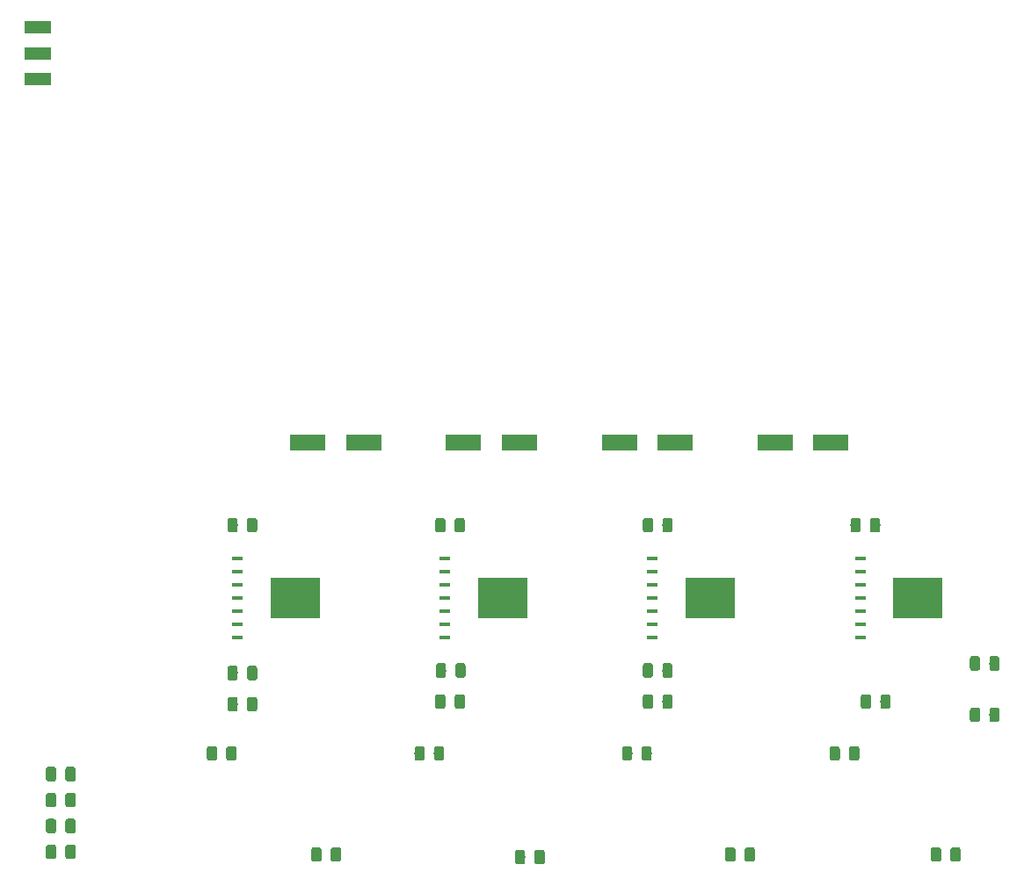
<source format=gbr>
G04 #@! TF.GenerationSoftware,KiCad,Pcbnew,(5.0.0-rc2-100-g6d77e594b)*
G04 #@! TF.CreationDate,2018-10-18T22:19:02+02:00*
G04 #@! TF.ProjectId,fuzzyduckv1,66757A7A796475636B76312E6B696361,rev?*
G04 #@! TF.SameCoordinates,Original*
G04 #@! TF.FileFunction,Paste,Top*
G04 #@! TF.FilePolarity,Positive*
%FSLAX46Y46*%
G04 Gerber Fmt 4.6, Leading zero omitted, Abs format (unit mm)*
G04 Created by KiCad (PCBNEW (5.0.0-rc2-100-g6d77e594b)) date Thu Oct 18 22:19:02 2018*
%MOMM*%
%LPD*%
G01*
G04 APERTURE LIST*
%ADD10R,3.500000X1.600000*%
%ADD11C,0.100000*%
%ADD12C,0.975000*%
%ADD13R,2.500000X1.250000*%
%ADD14R,4.818000X3.900000*%
%ADD15R,1.020000X0.390000*%
G04 APERTURE END LIST*
D10*
G04 #@! TO.C,C1*
X115200000Y-75000000D03*
X109800000Y-75000000D03*
G04 #@! TD*
G04 #@! TO.C,C2*
X94800000Y-75000000D03*
X100200000Y-75000000D03*
G04 #@! TD*
G04 #@! TO.C,C3*
X85200000Y-75000000D03*
X79800000Y-75000000D03*
G04 #@! TD*
G04 #@! TO.C,C4*
X124800000Y-75000000D03*
X130200000Y-75000000D03*
G04 #@! TD*
D11*
G04 #@! TO.C,C70*
G36*
X70830142Y-104301174D02*
X70853803Y-104304684D01*
X70877007Y-104310496D01*
X70899529Y-104318554D01*
X70921153Y-104328782D01*
X70941670Y-104341079D01*
X70960883Y-104355329D01*
X70978607Y-104371393D01*
X70994671Y-104389117D01*
X71008921Y-104408330D01*
X71021218Y-104428847D01*
X71031446Y-104450471D01*
X71039504Y-104472993D01*
X71045316Y-104496197D01*
X71048826Y-104519858D01*
X71050000Y-104543750D01*
X71050000Y-105456250D01*
X71048826Y-105480142D01*
X71045316Y-105503803D01*
X71039504Y-105527007D01*
X71031446Y-105549529D01*
X71021218Y-105571153D01*
X71008921Y-105591670D01*
X70994671Y-105610883D01*
X70978607Y-105628607D01*
X70960883Y-105644671D01*
X70941670Y-105658921D01*
X70921153Y-105671218D01*
X70899529Y-105681446D01*
X70877007Y-105689504D01*
X70853803Y-105695316D01*
X70830142Y-105698826D01*
X70806250Y-105700000D01*
X70318750Y-105700000D01*
X70294858Y-105698826D01*
X70271197Y-105695316D01*
X70247993Y-105689504D01*
X70225471Y-105681446D01*
X70203847Y-105671218D01*
X70183330Y-105658921D01*
X70164117Y-105644671D01*
X70146393Y-105628607D01*
X70130329Y-105610883D01*
X70116079Y-105591670D01*
X70103782Y-105571153D01*
X70093554Y-105549529D01*
X70085496Y-105527007D01*
X70079684Y-105503803D01*
X70076174Y-105480142D01*
X70075000Y-105456250D01*
X70075000Y-104543750D01*
X70076174Y-104519858D01*
X70079684Y-104496197D01*
X70085496Y-104472993D01*
X70093554Y-104450471D01*
X70103782Y-104428847D01*
X70116079Y-104408330D01*
X70130329Y-104389117D01*
X70146393Y-104371393D01*
X70164117Y-104355329D01*
X70183330Y-104341079D01*
X70203847Y-104328782D01*
X70225471Y-104318554D01*
X70247993Y-104310496D01*
X70271197Y-104304684D01*
X70294858Y-104301174D01*
X70318750Y-104300000D01*
X70806250Y-104300000D01*
X70830142Y-104301174D01*
X70830142Y-104301174D01*
G37*
D12*
X70562500Y-105000000D03*
D11*
G36*
X72705142Y-104301174D02*
X72728803Y-104304684D01*
X72752007Y-104310496D01*
X72774529Y-104318554D01*
X72796153Y-104328782D01*
X72816670Y-104341079D01*
X72835883Y-104355329D01*
X72853607Y-104371393D01*
X72869671Y-104389117D01*
X72883921Y-104408330D01*
X72896218Y-104428847D01*
X72906446Y-104450471D01*
X72914504Y-104472993D01*
X72920316Y-104496197D01*
X72923826Y-104519858D01*
X72925000Y-104543750D01*
X72925000Y-105456250D01*
X72923826Y-105480142D01*
X72920316Y-105503803D01*
X72914504Y-105527007D01*
X72906446Y-105549529D01*
X72896218Y-105571153D01*
X72883921Y-105591670D01*
X72869671Y-105610883D01*
X72853607Y-105628607D01*
X72835883Y-105644671D01*
X72816670Y-105658921D01*
X72796153Y-105671218D01*
X72774529Y-105681446D01*
X72752007Y-105689504D01*
X72728803Y-105695316D01*
X72705142Y-105698826D01*
X72681250Y-105700000D01*
X72193750Y-105700000D01*
X72169858Y-105698826D01*
X72146197Y-105695316D01*
X72122993Y-105689504D01*
X72100471Y-105681446D01*
X72078847Y-105671218D01*
X72058330Y-105658921D01*
X72039117Y-105644671D01*
X72021393Y-105628607D01*
X72005329Y-105610883D01*
X71991079Y-105591670D01*
X71978782Y-105571153D01*
X71968554Y-105549529D01*
X71960496Y-105527007D01*
X71954684Y-105503803D01*
X71951174Y-105480142D01*
X71950000Y-105456250D01*
X71950000Y-104543750D01*
X71951174Y-104519858D01*
X71954684Y-104496197D01*
X71960496Y-104472993D01*
X71968554Y-104450471D01*
X71978782Y-104428847D01*
X71991079Y-104408330D01*
X72005329Y-104389117D01*
X72021393Y-104371393D01*
X72039117Y-104355329D01*
X72058330Y-104341079D01*
X72078847Y-104328782D01*
X72100471Y-104318554D01*
X72122993Y-104310496D01*
X72146197Y-104304684D01*
X72169858Y-104301174D01*
X72193750Y-104300000D01*
X72681250Y-104300000D01*
X72705142Y-104301174D01*
X72705142Y-104301174D01*
G37*
D12*
X72437500Y-105000000D03*
G04 #@! TD*
D11*
G04 #@! TO.C,C71*
G36*
X112705142Y-104301174D02*
X112728803Y-104304684D01*
X112752007Y-104310496D01*
X112774529Y-104318554D01*
X112796153Y-104328782D01*
X112816670Y-104341079D01*
X112835883Y-104355329D01*
X112853607Y-104371393D01*
X112869671Y-104389117D01*
X112883921Y-104408330D01*
X112896218Y-104428847D01*
X112906446Y-104450471D01*
X112914504Y-104472993D01*
X112920316Y-104496197D01*
X112923826Y-104519858D01*
X112925000Y-104543750D01*
X112925000Y-105456250D01*
X112923826Y-105480142D01*
X112920316Y-105503803D01*
X112914504Y-105527007D01*
X112906446Y-105549529D01*
X112896218Y-105571153D01*
X112883921Y-105591670D01*
X112869671Y-105610883D01*
X112853607Y-105628607D01*
X112835883Y-105644671D01*
X112816670Y-105658921D01*
X112796153Y-105671218D01*
X112774529Y-105681446D01*
X112752007Y-105689504D01*
X112728803Y-105695316D01*
X112705142Y-105698826D01*
X112681250Y-105700000D01*
X112193750Y-105700000D01*
X112169858Y-105698826D01*
X112146197Y-105695316D01*
X112122993Y-105689504D01*
X112100471Y-105681446D01*
X112078847Y-105671218D01*
X112058330Y-105658921D01*
X112039117Y-105644671D01*
X112021393Y-105628607D01*
X112005329Y-105610883D01*
X111991079Y-105591670D01*
X111978782Y-105571153D01*
X111968554Y-105549529D01*
X111960496Y-105527007D01*
X111954684Y-105503803D01*
X111951174Y-105480142D01*
X111950000Y-105456250D01*
X111950000Y-104543750D01*
X111951174Y-104519858D01*
X111954684Y-104496197D01*
X111960496Y-104472993D01*
X111968554Y-104450471D01*
X111978782Y-104428847D01*
X111991079Y-104408330D01*
X112005329Y-104389117D01*
X112021393Y-104371393D01*
X112039117Y-104355329D01*
X112058330Y-104341079D01*
X112078847Y-104328782D01*
X112100471Y-104318554D01*
X112122993Y-104310496D01*
X112146197Y-104304684D01*
X112169858Y-104301174D01*
X112193750Y-104300000D01*
X112681250Y-104300000D01*
X112705142Y-104301174D01*
X112705142Y-104301174D01*
G37*
D12*
X112437500Y-105000000D03*
D11*
G36*
X110830142Y-104301174D02*
X110853803Y-104304684D01*
X110877007Y-104310496D01*
X110899529Y-104318554D01*
X110921153Y-104328782D01*
X110941670Y-104341079D01*
X110960883Y-104355329D01*
X110978607Y-104371393D01*
X110994671Y-104389117D01*
X111008921Y-104408330D01*
X111021218Y-104428847D01*
X111031446Y-104450471D01*
X111039504Y-104472993D01*
X111045316Y-104496197D01*
X111048826Y-104519858D01*
X111050000Y-104543750D01*
X111050000Y-105456250D01*
X111048826Y-105480142D01*
X111045316Y-105503803D01*
X111039504Y-105527007D01*
X111031446Y-105549529D01*
X111021218Y-105571153D01*
X111008921Y-105591670D01*
X110994671Y-105610883D01*
X110978607Y-105628607D01*
X110960883Y-105644671D01*
X110941670Y-105658921D01*
X110921153Y-105671218D01*
X110899529Y-105681446D01*
X110877007Y-105689504D01*
X110853803Y-105695316D01*
X110830142Y-105698826D01*
X110806250Y-105700000D01*
X110318750Y-105700000D01*
X110294858Y-105698826D01*
X110271197Y-105695316D01*
X110247993Y-105689504D01*
X110225471Y-105681446D01*
X110203847Y-105671218D01*
X110183330Y-105658921D01*
X110164117Y-105644671D01*
X110146393Y-105628607D01*
X110130329Y-105610883D01*
X110116079Y-105591670D01*
X110103782Y-105571153D01*
X110093554Y-105549529D01*
X110085496Y-105527007D01*
X110079684Y-105503803D01*
X110076174Y-105480142D01*
X110075000Y-105456250D01*
X110075000Y-104543750D01*
X110076174Y-104519858D01*
X110079684Y-104496197D01*
X110085496Y-104472993D01*
X110093554Y-104450471D01*
X110103782Y-104428847D01*
X110116079Y-104408330D01*
X110130329Y-104389117D01*
X110146393Y-104371393D01*
X110164117Y-104355329D01*
X110183330Y-104341079D01*
X110203847Y-104328782D01*
X110225471Y-104318554D01*
X110247993Y-104310496D01*
X110271197Y-104304684D01*
X110294858Y-104301174D01*
X110318750Y-104300000D01*
X110806250Y-104300000D01*
X110830142Y-104301174D01*
X110830142Y-104301174D01*
G37*
D12*
X110562500Y-105000000D03*
G04 #@! TD*
D11*
G04 #@! TO.C,C72*
G36*
X90830142Y-104301174D02*
X90853803Y-104304684D01*
X90877007Y-104310496D01*
X90899529Y-104318554D01*
X90921153Y-104328782D01*
X90941670Y-104341079D01*
X90960883Y-104355329D01*
X90978607Y-104371393D01*
X90994671Y-104389117D01*
X91008921Y-104408330D01*
X91021218Y-104428847D01*
X91031446Y-104450471D01*
X91039504Y-104472993D01*
X91045316Y-104496197D01*
X91048826Y-104519858D01*
X91050000Y-104543750D01*
X91050000Y-105456250D01*
X91048826Y-105480142D01*
X91045316Y-105503803D01*
X91039504Y-105527007D01*
X91031446Y-105549529D01*
X91021218Y-105571153D01*
X91008921Y-105591670D01*
X90994671Y-105610883D01*
X90978607Y-105628607D01*
X90960883Y-105644671D01*
X90941670Y-105658921D01*
X90921153Y-105671218D01*
X90899529Y-105681446D01*
X90877007Y-105689504D01*
X90853803Y-105695316D01*
X90830142Y-105698826D01*
X90806250Y-105700000D01*
X90318750Y-105700000D01*
X90294858Y-105698826D01*
X90271197Y-105695316D01*
X90247993Y-105689504D01*
X90225471Y-105681446D01*
X90203847Y-105671218D01*
X90183330Y-105658921D01*
X90164117Y-105644671D01*
X90146393Y-105628607D01*
X90130329Y-105610883D01*
X90116079Y-105591670D01*
X90103782Y-105571153D01*
X90093554Y-105549529D01*
X90085496Y-105527007D01*
X90079684Y-105503803D01*
X90076174Y-105480142D01*
X90075000Y-105456250D01*
X90075000Y-104543750D01*
X90076174Y-104519858D01*
X90079684Y-104496197D01*
X90085496Y-104472993D01*
X90093554Y-104450471D01*
X90103782Y-104428847D01*
X90116079Y-104408330D01*
X90130329Y-104389117D01*
X90146393Y-104371393D01*
X90164117Y-104355329D01*
X90183330Y-104341079D01*
X90203847Y-104328782D01*
X90225471Y-104318554D01*
X90247993Y-104310496D01*
X90271197Y-104304684D01*
X90294858Y-104301174D01*
X90318750Y-104300000D01*
X90806250Y-104300000D01*
X90830142Y-104301174D01*
X90830142Y-104301174D01*
G37*
D12*
X90562500Y-105000000D03*
D11*
G36*
X92705142Y-104301174D02*
X92728803Y-104304684D01*
X92752007Y-104310496D01*
X92774529Y-104318554D01*
X92796153Y-104328782D01*
X92816670Y-104341079D01*
X92835883Y-104355329D01*
X92853607Y-104371393D01*
X92869671Y-104389117D01*
X92883921Y-104408330D01*
X92896218Y-104428847D01*
X92906446Y-104450471D01*
X92914504Y-104472993D01*
X92920316Y-104496197D01*
X92923826Y-104519858D01*
X92925000Y-104543750D01*
X92925000Y-105456250D01*
X92923826Y-105480142D01*
X92920316Y-105503803D01*
X92914504Y-105527007D01*
X92906446Y-105549529D01*
X92896218Y-105571153D01*
X92883921Y-105591670D01*
X92869671Y-105610883D01*
X92853607Y-105628607D01*
X92835883Y-105644671D01*
X92816670Y-105658921D01*
X92796153Y-105671218D01*
X92774529Y-105681446D01*
X92752007Y-105689504D01*
X92728803Y-105695316D01*
X92705142Y-105698826D01*
X92681250Y-105700000D01*
X92193750Y-105700000D01*
X92169858Y-105698826D01*
X92146197Y-105695316D01*
X92122993Y-105689504D01*
X92100471Y-105681446D01*
X92078847Y-105671218D01*
X92058330Y-105658921D01*
X92039117Y-105644671D01*
X92021393Y-105628607D01*
X92005329Y-105610883D01*
X91991079Y-105591670D01*
X91978782Y-105571153D01*
X91968554Y-105549529D01*
X91960496Y-105527007D01*
X91954684Y-105503803D01*
X91951174Y-105480142D01*
X91950000Y-105456250D01*
X91950000Y-104543750D01*
X91951174Y-104519858D01*
X91954684Y-104496197D01*
X91960496Y-104472993D01*
X91968554Y-104450471D01*
X91978782Y-104428847D01*
X91991079Y-104408330D01*
X92005329Y-104389117D01*
X92021393Y-104371393D01*
X92039117Y-104355329D01*
X92058330Y-104341079D01*
X92078847Y-104328782D01*
X92100471Y-104318554D01*
X92122993Y-104310496D01*
X92146197Y-104304684D01*
X92169858Y-104301174D01*
X92193750Y-104300000D01*
X92681250Y-104300000D01*
X92705142Y-104301174D01*
X92705142Y-104301174D01*
G37*
D12*
X92437500Y-105000000D03*
G04 #@! TD*
D11*
G04 #@! TO.C,C73*
G36*
X132705142Y-104301174D02*
X132728803Y-104304684D01*
X132752007Y-104310496D01*
X132774529Y-104318554D01*
X132796153Y-104328782D01*
X132816670Y-104341079D01*
X132835883Y-104355329D01*
X132853607Y-104371393D01*
X132869671Y-104389117D01*
X132883921Y-104408330D01*
X132896218Y-104428847D01*
X132906446Y-104450471D01*
X132914504Y-104472993D01*
X132920316Y-104496197D01*
X132923826Y-104519858D01*
X132925000Y-104543750D01*
X132925000Y-105456250D01*
X132923826Y-105480142D01*
X132920316Y-105503803D01*
X132914504Y-105527007D01*
X132906446Y-105549529D01*
X132896218Y-105571153D01*
X132883921Y-105591670D01*
X132869671Y-105610883D01*
X132853607Y-105628607D01*
X132835883Y-105644671D01*
X132816670Y-105658921D01*
X132796153Y-105671218D01*
X132774529Y-105681446D01*
X132752007Y-105689504D01*
X132728803Y-105695316D01*
X132705142Y-105698826D01*
X132681250Y-105700000D01*
X132193750Y-105700000D01*
X132169858Y-105698826D01*
X132146197Y-105695316D01*
X132122993Y-105689504D01*
X132100471Y-105681446D01*
X132078847Y-105671218D01*
X132058330Y-105658921D01*
X132039117Y-105644671D01*
X132021393Y-105628607D01*
X132005329Y-105610883D01*
X131991079Y-105591670D01*
X131978782Y-105571153D01*
X131968554Y-105549529D01*
X131960496Y-105527007D01*
X131954684Y-105503803D01*
X131951174Y-105480142D01*
X131950000Y-105456250D01*
X131950000Y-104543750D01*
X131951174Y-104519858D01*
X131954684Y-104496197D01*
X131960496Y-104472993D01*
X131968554Y-104450471D01*
X131978782Y-104428847D01*
X131991079Y-104408330D01*
X132005329Y-104389117D01*
X132021393Y-104371393D01*
X132039117Y-104355329D01*
X132058330Y-104341079D01*
X132078847Y-104328782D01*
X132100471Y-104318554D01*
X132122993Y-104310496D01*
X132146197Y-104304684D01*
X132169858Y-104301174D01*
X132193750Y-104300000D01*
X132681250Y-104300000D01*
X132705142Y-104301174D01*
X132705142Y-104301174D01*
G37*
D12*
X132437500Y-105000000D03*
D11*
G36*
X130830142Y-104301174D02*
X130853803Y-104304684D01*
X130877007Y-104310496D01*
X130899529Y-104318554D01*
X130921153Y-104328782D01*
X130941670Y-104341079D01*
X130960883Y-104355329D01*
X130978607Y-104371393D01*
X130994671Y-104389117D01*
X131008921Y-104408330D01*
X131021218Y-104428847D01*
X131031446Y-104450471D01*
X131039504Y-104472993D01*
X131045316Y-104496197D01*
X131048826Y-104519858D01*
X131050000Y-104543750D01*
X131050000Y-105456250D01*
X131048826Y-105480142D01*
X131045316Y-105503803D01*
X131039504Y-105527007D01*
X131031446Y-105549529D01*
X131021218Y-105571153D01*
X131008921Y-105591670D01*
X130994671Y-105610883D01*
X130978607Y-105628607D01*
X130960883Y-105644671D01*
X130941670Y-105658921D01*
X130921153Y-105671218D01*
X130899529Y-105681446D01*
X130877007Y-105689504D01*
X130853803Y-105695316D01*
X130830142Y-105698826D01*
X130806250Y-105700000D01*
X130318750Y-105700000D01*
X130294858Y-105698826D01*
X130271197Y-105695316D01*
X130247993Y-105689504D01*
X130225471Y-105681446D01*
X130203847Y-105671218D01*
X130183330Y-105658921D01*
X130164117Y-105644671D01*
X130146393Y-105628607D01*
X130130329Y-105610883D01*
X130116079Y-105591670D01*
X130103782Y-105571153D01*
X130093554Y-105549529D01*
X130085496Y-105527007D01*
X130079684Y-105503803D01*
X130076174Y-105480142D01*
X130075000Y-105456250D01*
X130075000Y-104543750D01*
X130076174Y-104519858D01*
X130079684Y-104496197D01*
X130085496Y-104472993D01*
X130093554Y-104450471D01*
X130103782Y-104428847D01*
X130116079Y-104408330D01*
X130130329Y-104389117D01*
X130146393Y-104371393D01*
X130164117Y-104355329D01*
X130183330Y-104341079D01*
X130203847Y-104328782D01*
X130225471Y-104318554D01*
X130247993Y-104310496D01*
X130271197Y-104304684D01*
X130294858Y-104301174D01*
X130318750Y-104300000D01*
X130806250Y-104300000D01*
X130830142Y-104301174D01*
X130830142Y-104301174D01*
G37*
D12*
X130562500Y-105000000D03*
G04 #@! TD*
D11*
G04 #@! TO.C,D1*
G36*
X57205142Y-113801174D02*
X57228803Y-113804684D01*
X57252007Y-113810496D01*
X57274529Y-113818554D01*
X57296153Y-113828782D01*
X57316670Y-113841079D01*
X57335883Y-113855329D01*
X57353607Y-113871393D01*
X57369671Y-113889117D01*
X57383921Y-113908330D01*
X57396218Y-113928847D01*
X57406446Y-113950471D01*
X57414504Y-113972993D01*
X57420316Y-113996197D01*
X57423826Y-114019858D01*
X57425000Y-114043750D01*
X57425000Y-114956250D01*
X57423826Y-114980142D01*
X57420316Y-115003803D01*
X57414504Y-115027007D01*
X57406446Y-115049529D01*
X57396218Y-115071153D01*
X57383921Y-115091670D01*
X57369671Y-115110883D01*
X57353607Y-115128607D01*
X57335883Y-115144671D01*
X57316670Y-115158921D01*
X57296153Y-115171218D01*
X57274529Y-115181446D01*
X57252007Y-115189504D01*
X57228803Y-115195316D01*
X57205142Y-115198826D01*
X57181250Y-115200000D01*
X56693750Y-115200000D01*
X56669858Y-115198826D01*
X56646197Y-115195316D01*
X56622993Y-115189504D01*
X56600471Y-115181446D01*
X56578847Y-115171218D01*
X56558330Y-115158921D01*
X56539117Y-115144671D01*
X56521393Y-115128607D01*
X56505329Y-115110883D01*
X56491079Y-115091670D01*
X56478782Y-115071153D01*
X56468554Y-115049529D01*
X56460496Y-115027007D01*
X56454684Y-115003803D01*
X56451174Y-114980142D01*
X56450000Y-114956250D01*
X56450000Y-114043750D01*
X56451174Y-114019858D01*
X56454684Y-113996197D01*
X56460496Y-113972993D01*
X56468554Y-113950471D01*
X56478782Y-113928847D01*
X56491079Y-113908330D01*
X56505329Y-113889117D01*
X56521393Y-113871393D01*
X56539117Y-113855329D01*
X56558330Y-113841079D01*
X56578847Y-113828782D01*
X56600471Y-113818554D01*
X56622993Y-113810496D01*
X56646197Y-113804684D01*
X56669858Y-113801174D01*
X56693750Y-113800000D01*
X57181250Y-113800000D01*
X57205142Y-113801174D01*
X57205142Y-113801174D01*
G37*
D12*
X56937500Y-114500000D03*
D11*
G36*
X55330142Y-113801174D02*
X55353803Y-113804684D01*
X55377007Y-113810496D01*
X55399529Y-113818554D01*
X55421153Y-113828782D01*
X55441670Y-113841079D01*
X55460883Y-113855329D01*
X55478607Y-113871393D01*
X55494671Y-113889117D01*
X55508921Y-113908330D01*
X55521218Y-113928847D01*
X55531446Y-113950471D01*
X55539504Y-113972993D01*
X55545316Y-113996197D01*
X55548826Y-114019858D01*
X55550000Y-114043750D01*
X55550000Y-114956250D01*
X55548826Y-114980142D01*
X55545316Y-115003803D01*
X55539504Y-115027007D01*
X55531446Y-115049529D01*
X55521218Y-115071153D01*
X55508921Y-115091670D01*
X55494671Y-115110883D01*
X55478607Y-115128607D01*
X55460883Y-115144671D01*
X55441670Y-115158921D01*
X55421153Y-115171218D01*
X55399529Y-115181446D01*
X55377007Y-115189504D01*
X55353803Y-115195316D01*
X55330142Y-115198826D01*
X55306250Y-115200000D01*
X54818750Y-115200000D01*
X54794858Y-115198826D01*
X54771197Y-115195316D01*
X54747993Y-115189504D01*
X54725471Y-115181446D01*
X54703847Y-115171218D01*
X54683330Y-115158921D01*
X54664117Y-115144671D01*
X54646393Y-115128607D01*
X54630329Y-115110883D01*
X54616079Y-115091670D01*
X54603782Y-115071153D01*
X54593554Y-115049529D01*
X54585496Y-115027007D01*
X54579684Y-115003803D01*
X54576174Y-114980142D01*
X54575000Y-114956250D01*
X54575000Y-114043750D01*
X54576174Y-114019858D01*
X54579684Y-113996197D01*
X54585496Y-113972993D01*
X54593554Y-113950471D01*
X54603782Y-113928847D01*
X54616079Y-113908330D01*
X54630329Y-113889117D01*
X54646393Y-113871393D01*
X54664117Y-113855329D01*
X54683330Y-113841079D01*
X54703847Y-113828782D01*
X54725471Y-113818554D01*
X54747993Y-113810496D01*
X54771197Y-113804684D01*
X54794858Y-113801174D01*
X54818750Y-113800000D01*
X55306250Y-113800000D01*
X55330142Y-113801174D01*
X55330142Y-113801174D01*
G37*
D12*
X55062500Y-114500000D03*
G04 #@! TD*
D11*
G04 #@! TO.C,D2*
G36*
X55330142Y-108801174D02*
X55353803Y-108804684D01*
X55377007Y-108810496D01*
X55399529Y-108818554D01*
X55421153Y-108828782D01*
X55441670Y-108841079D01*
X55460883Y-108855329D01*
X55478607Y-108871393D01*
X55494671Y-108889117D01*
X55508921Y-108908330D01*
X55521218Y-108928847D01*
X55531446Y-108950471D01*
X55539504Y-108972993D01*
X55545316Y-108996197D01*
X55548826Y-109019858D01*
X55550000Y-109043750D01*
X55550000Y-109956250D01*
X55548826Y-109980142D01*
X55545316Y-110003803D01*
X55539504Y-110027007D01*
X55531446Y-110049529D01*
X55521218Y-110071153D01*
X55508921Y-110091670D01*
X55494671Y-110110883D01*
X55478607Y-110128607D01*
X55460883Y-110144671D01*
X55441670Y-110158921D01*
X55421153Y-110171218D01*
X55399529Y-110181446D01*
X55377007Y-110189504D01*
X55353803Y-110195316D01*
X55330142Y-110198826D01*
X55306250Y-110200000D01*
X54818750Y-110200000D01*
X54794858Y-110198826D01*
X54771197Y-110195316D01*
X54747993Y-110189504D01*
X54725471Y-110181446D01*
X54703847Y-110171218D01*
X54683330Y-110158921D01*
X54664117Y-110144671D01*
X54646393Y-110128607D01*
X54630329Y-110110883D01*
X54616079Y-110091670D01*
X54603782Y-110071153D01*
X54593554Y-110049529D01*
X54585496Y-110027007D01*
X54579684Y-110003803D01*
X54576174Y-109980142D01*
X54575000Y-109956250D01*
X54575000Y-109043750D01*
X54576174Y-109019858D01*
X54579684Y-108996197D01*
X54585496Y-108972993D01*
X54593554Y-108950471D01*
X54603782Y-108928847D01*
X54616079Y-108908330D01*
X54630329Y-108889117D01*
X54646393Y-108871393D01*
X54664117Y-108855329D01*
X54683330Y-108841079D01*
X54703847Y-108828782D01*
X54725471Y-108818554D01*
X54747993Y-108810496D01*
X54771197Y-108804684D01*
X54794858Y-108801174D01*
X54818750Y-108800000D01*
X55306250Y-108800000D01*
X55330142Y-108801174D01*
X55330142Y-108801174D01*
G37*
D12*
X55062500Y-109500000D03*
D11*
G36*
X57205142Y-108801174D02*
X57228803Y-108804684D01*
X57252007Y-108810496D01*
X57274529Y-108818554D01*
X57296153Y-108828782D01*
X57316670Y-108841079D01*
X57335883Y-108855329D01*
X57353607Y-108871393D01*
X57369671Y-108889117D01*
X57383921Y-108908330D01*
X57396218Y-108928847D01*
X57406446Y-108950471D01*
X57414504Y-108972993D01*
X57420316Y-108996197D01*
X57423826Y-109019858D01*
X57425000Y-109043750D01*
X57425000Y-109956250D01*
X57423826Y-109980142D01*
X57420316Y-110003803D01*
X57414504Y-110027007D01*
X57406446Y-110049529D01*
X57396218Y-110071153D01*
X57383921Y-110091670D01*
X57369671Y-110110883D01*
X57353607Y-110128607D01*
X57335883Y-110144671D01*
X57316670Y-110158921D01*
X57296153Y-110171218D01*
X57274529Y-110181446D01*
X57252007Y-110189504D01*
X57228803Y-110195316D01*
X57205142Y-110198826D01*
X57181250Y-110200000D01*
X56693750Y-110200000D01*
X56669858Y-110198826D01*
X56646197Y-110195316D01*
X56622993Y-110189504D01*
X56600471Y-110181446D01*
X56578847Y-110171218D01*
X56558330Y-110158921D01*
X56539117Y-110144671D01*
X56521393Y-110128607D01*
X56505329Y-110110883D01*
X56491079Y-110091670D01*
X56478782Y-110071153D01*
X56468554Y-110049529D01*
X56460496Y-110027007D01*
X56454684Y-110003803D01*
X56451174Y-109980142D01*
X56450000Y-109956250D01*
X56450000Y-109043750D01*
X56451174Y-109019858D01*
X56454684Y-108996197D01*
X56460496Y-108972993D01*
X56468554Y-108950471D01*
X56478782Y-108928847D01*
X56491079Y-108908330D01*
X56505329Y-108889117D01*
X56521393Y-108871393D01*
X56539117Y-108855329D01*
X56558330Y-108841079D01*
X56578847Y-108828782D01*
X56600471Y-108818554D01*
X56622993Y-108810496D01*
X56646197Y-108804684D01*
X56669858Y-108801174D01*
X56693750Y-108800000D01*
X57181250Y-108800000D01*
X57205142Y-108801174D01*
X57205142Y-108801174D01*
G37*
D12*
X56937500Y-109500000D03*
G04 #@! TD*
D11*
G04 #@! TO.C,R1*
G36*
X74705142Y-82301174D02*
X74728803Y-82304684D01*
X74752007Y-82310496D01*
X74774529Y-82318554D01*
X74796153Y-82328782D01*
X74816670Y-82341079D01*
X74835883Y-82355329D01*
X74853607Y-82371393D01*
X74869671Y-82389117D01*
X74883921Y-82408330D01*
X74896218Y-82428847D01*
X74906446Y-82450471D01*
X74914504Y-82472993D01*
X74920316Y-82496197D01*
X74923826Y-82519858D01*
X74925000Y-82543750D01*
X74925000Y-83456250D01*
X74923826Y-83480142D01*
X74920316Y-83503803D01*
X74914504Y-83527007D01*
X74906446Y-83549529D01*
X74896218Y-83571153D01*
X74883921Y-83591670D01*
X74869671Y-83610883D01*
X74853607Y-83628607D01*
X74835883Y-83644671D01*
X74816670Y-83658921D01*
X74796153Y-83671218D01*
X74774529Y-83681446D01*
X74752007Y-83689504D01*
X74728803Y-83695316D01*
X74705142Y-83698826D01*
X74681250Y-83700000D01*
X74193750Y-83700000D01*
X74169858Y-83698826D01*
X74146197Y-83695316D01*
X74122993Y-83689504D01*
X74100471Y-83681446D01*
X74078847Y-83671218D01*
X74058330Y-83658921D01*
X74039117Y-83644671D01*
X74021393Y-83628607D01*
X74005329Y-83610883D01*
X73991079Y-83591670D01*
X73978782Y-83571153D01*
X73968554Y-83549529D01*
X73960496Y-83527007D01*
X73954684Y-83503803D01*
X73951174Y-83480142D01*
X73950000Y-83456250D01*
X73950000Y-82543750D01*
X73951174Y-82519858D01*
X73954684Y-82496197D01*
X73960496Y-82472993D01*
X73968554Y-82450471D01*
X73978782Y-82428847D01*
X73991079Y-82408330D01*
X74005329Y-82389117D01*
X74021393Y-82371393D01*
X74039117Y-82355329D01*
X74058330Y-82341079D01*
X74078847Y-82328782D01*
X74100471Y-82318554D01*
X74122993Y-82310496D01*
X74146197Y-82304684D01*
X74169858Y-82301174D01*
X74193750Y-82300000D01*
X74681250Y-82300000D01*
X74705142Y-82301174D01*
X74705142Y-82301174D01*
G37*
D12*
X74437500Y-83000000D03*
D11*
G36*
X72830142Y-82301174D02*
X72853803Y-82304684D01*
X72877007Y-82310496D01*
X72899529Y-82318554D01*
X72921153Y-82328782D01*
X72941670Y-82341079D01*
X72960883Y-82355329D01*
X72978607Y-82371393D01*
X72994671Y-82389117D01*
X73008921Y-82408330D01*
X73021218Y-82428847D01*
X73031446Y-82450471D01*
X73039504Y-82472993D01*
X73045316Y-82496197D01*
X73048826Y-82519858D01*
X73050000Y-82543750D01*
X73050000Y-83456250D01*
X73048826Y-83480142D01*
X73045316Y-83503803D01*
X73039504Y-83527007D01*
X73031446Y-83549529D01*
X73021218Y-83571153D01*
X73008921Y-83591670D01*
X72994671Y-83610883D01*
X72978607Y-83628607D01*
X72960883Y-83644671D01*
X72941670Y-83658921D01*
X72921153Y-83671218D01*
X72899529Y-83681446D01*
X72877007Y-83689504D01*
X72853803Y-83695316D01*
X72830142Y-83698826D01*
X72806250Y-83700000D01*
X72318750Y-83700000D01*
X72294858Y-83698826D01*
X72271197Y-83695316D01*
X72247993Y-83689504D01*
X72225471Y-83681446D01*
X72203847Y-83671218D01*
X72183330Y-83658921D01*
X72164117Y-83644671D01*
X72146393Y-83628607D01*
X72130329Y-83610883D01*
X72116079Y-83591670D01*
X72103782Y-83571153D01*
X72093554Y-83549529D01*
X72085496Y-83527007D01*
X72079684Y-83503803D01*
X72076174Y-83480142D01*
X72075000Y-83456250D01*
X72075000Y-82543750D01*
X72076174Y-82519858D01*
X72079684Y-82496197D01*
X72085496Y-82472993D01*
X72093554Y-82450471D01*
X72103782Y-82428847D01*
X72116079Y-82408330D01*
X72130329Y-82389117D01*
X72146393Y-82371393D01*
X72164117Y-82355329D01*
X72183330Y-82341079D01*
X72203847Y-82328782D01*
X72225471Y-82318554D01*
X72247993Y-82310496D01*
X72271197Y-82304684D01*
X72294858Y-82301174D01*
X72318750Y-82300000D01*
X72806250Y-82300000D01*
X72830142Y-82301174D01*
X72830142Y-82301174D01*
G37*
D12*
X72562500Y-83000000D03*
G04 #@! TD*
D11*
G04 #@! TO.C,R2*
G36*
X112830142Y-82301174D02*
X112853803Y-82304684D01*
X112877007Y-82310496D01*
X112899529Y-82318554D01*
X112921153Y-82328782D01*
X112941670Y-82341079D01*
X112960883Y-82355329D01*
X112978607Y-82371393D01*
X112994671Y-82389117D01*
X113008921Y-82408330D01*
X113021218Y-82428847D01*
X113031446Y-82450471D01*
X113039504Y-82472993D01*
X113045316Y-82496197D01*
X113048826Y-82519858D01*
X113050000Y-82543750D01*
X113050000Y-83456250D01*
X113048826Y-83480142D01*
X113045316Y-83503803D01*
X113039504Y-83527007D01*
X113031446Y-83549529D01*
X113021218Y-83571153D01*
X113008921Y-83591670D01*
X112994671Y-83610883D01*
X112978607Y-83628607D01*
X112960883Y-83644671D01*
X112941670Y-83658921D01*
X112921153Y-83671218D01*
X112899529Y-83681446D01*
X112877007Y-83689504D01*
X112853803Y-83695316D01*
X112830142Y-83698826D01*
X112806250Y-83700000D01*
X112318750Y-83700000D01*
X112294858Y-83698826D01*
X112271197Y-83695316D01*
X112247993Y-83689504D01*
X112225471Y-83681446D01*
X112203847Y-83671218D01*
X112183330Y-83658921D01*
X112164117Y-83644671D01*
X112146393Y-83628607D01*
X112130329Y-83610883D01*
X112116079Y-83591670D01*
X112103782Y-83571153D01*
X112093554Y-83549529D01*
X112085496Y-83527007D01*
X112079684Y-83503803D01*
X112076174Y-83480142D01*
X112075000Y-83456250D01*
X112075000Y-82543750D01*
X112076174Y-82519858D01*
X112079684Y-82496197D01*
X112085496Y-82472993D01*
X112093554Y-82450471D01*
X112103782Y-82428847D01*
X112116079Y-82408330D01*
X112130329Y-82389117D01*
X112146393Y-82371393D01*
X112164117Y-82355329D01*
X112183330Y-82341079D01*
X112203847Y-82328782D01*
X112225471Y-82318554D01*
X112247993Y-82310496D01*
X112271197Y-82304684D01*
X112294858Y-82301174D01*
X112318750Y-82300000D01*
X112806250Y-82300000D01*
X112830142Y-82301174D01*
X112830142Y-82301174D01*
G37*
D12*
X112562500Y-83000000D03*
D11*
G36*
X114705142Y-82301174D02*
X114728803Y-82304684D01*
X114752007Y-82310496D01*
X114774529Y-82318554D01*
X114796153Y-82328782D01*
X114816670Y-82341079D01*
X114835883Y-82355329D01*
X114853607Y-82371393D01*
X114869671Y-82389117D01*
X114883921Y-82408330D01*
X114896218Y-82428847D01*
X114906446Y-82450471D01*
X114914504Y-82472993D01*
X114920316Y-82496197D01*
X114923826Y-82519858D01*
X114925000Y-82543750D01*
X114925000Y-83456250D01*
X114923826Y-83480142D01*
X114920316Y-83503803D01*
X114914504Y-83527007D01*
X114906446Y-83549529D01*
X114896218Y-83571153D01*
X114883921Y-83591670D01*
X114869671Y-83610883D01*
X114853607Y-83628607D01*
X114835883Y-83644671D01*
X114816670Y-83658921D01*
X114796153Y-83671218D01*
X114774529Y-83681446D01*
X114752007Y-83689504D01*
X114728803Y-83695316D01*
X114705142Y-83698826D01*
X114681250Y-83700000D01*
X114193750Y-83700000D01*
X114169858Y-83698826D01*
X114146197Y-83695316D01*
X114122993Y-83689504D01*
X114100471Y-83681446D01*
X114078847Y-83671218D01*
X114058330Y-83658921D01*
X114039117Y-83644671D01*
X114021393Y-83628607D01*
X114005329Y-83610883D01*
X113991079Y-83591670D01*
X113978782Y-83571153D01*
X113968554Y-83549529D01*
X113960496Y-83527007D01*
X113954684Y-83503803D01*
X113951174Y-83480142D01*
X113950000Y-83456250D01*
X113950000Y-82543750D01*
X113951174Y-82519858D01*
X113954684Y-82496197D01*
X113960496Y-82472993D01*
X113968554Y-82450471D01*
X113978782Y-82428847D01*
X113991079Y-82408330D01*
X114005329Y-82389117D01*
X114021393Y-82371393D01*
X114039117Y-82355329D01*
X114058330Y-82341079D01*
X114078847Y-82328782D01*
X114100471Y-82318554D01*
X114122993Y-82310496D01*
X114146197Y-82304684D01*
X114169858Y-82301174D01*
X114193750Y-82300000D01*
X114681250Y-82300000D01*
X114705142Y-82301174D01*
X114705142Y-82301174D01*
G37*
D12*
X114437500Y-83000000D03*
G04 #@! TD*
D11*
G04 #@! TO.C,R3*
G36*
X94705142Y-82301174D02*
X94728803Y-82304684D01*
X94752007Y-82310496D01*
X94774529Y-82318554D01*
X94796153Y-82328782D01*
X94816670Y-82341079D01*
X94835883Y-82355329D01*
X94853607Y-82371393D01*
X94869671Y-82389117D01*
X94883921Y-82408330D01*
X94896218Y-82428847D01*
X94906446Y-82450471D01*
X94914504Y-82472993D01*
X94920316Y-82496197D01*
X94923826Y-82519858D01*
X94925000Y-82543750D01*
X94925000Y-83456250D01*
X94923826Y-83480142D01*
X94920316Y-83503803D01*
X94914504Y-83527007D01*
X94906446Y-83549529D01*
X94896218Y-83571153D01*
X94883921Y-83591670D01*
X94869671Y-83610883D01*
X94853607Y-83628607D01*
X94835883Y-83644671D01*
X94816670Y-83658921D01*
X94796153Y-83671218D01*
X94774529Y-83681446D01*
X94752007Y-83689504D01*
X94728803Y-83695316D01*
X94705142Y-83698826D01*
X94681250Y-83700000D01*
X94193750Y-83700000D01*
X94169858Y-83698826D01*
X94146197Y-83695316D01*
X94122993Y-83689504D01*
X94100471Y-83681446D01*
X94078847Y-83671218D01*
X94058330Y-83658921D01*
X94039117Y-83644671D01*
X94021393Y-83628607D01*
X94005329Y-83610883D01*
X93991079Y-83591670D01*
X93978782Y-83571153D01*
X93968554Y-83549529D01*
X93960496Y-83527007D01*
X93954684Y-83503803D01*
X93951174Y-83480142D01*
X93950000Y-83456250D01*
X93950000Y-82543750D01*
X93951174Y-82519858D01*
X93954684Y-82496197D01*
X93960496Y-82472993D01*
X93968554Y-82450471D01*
X93978782Y-82428847D01*
X93991079Y-82408330D01*
X94005329Y-82389117D01*
X94021393Y-82371393D01*
X94039117Y-82355329D01*
X94058330Y-82341079D01*
X94078847Y-82328782D01*
X94100471Y-82318554D01*
X94122993Y-82310496D01*
X94146197Y-82304684D01*
X94169858Y-82301174D01*
X94193750Y-82300000D01*
X94681250Y-82300000D01*
X94705142Y-82301174D01*
X94705142Y-82301174D01*
G37*
D12*
X94437500Y-83000000D03*
D11*
G36*
X92830142Y-82301174D02*
X92853803Y-82304684D01*
X92877007Y-82310496D01*
X92899529Y-82318554D01*
X92921153Y-82328782D01*
X92941670Y-82341079D01*
X92960883Y-82355329D01*
X92978607Y-82371393D01*
X92994671Y-82389117D01*
X93008921Y-82408330D01*
X93021218Y-82428847D01*
X93031446Y-82450471D01*
X93039504Y-82472993D01*
X93045316Y-82496197D01*
X93048826Y-82519858D01*
X93050000Y-82543750D01*
X93050000Y-83456250D01*
X93048826Y-83480142D01*
X93045316Y-83503803D01*
X93039504Y-83527007D01*
X93031446Y-83549529D01*
X93021218Y-83571153D01*
X93008921Y-83591670D01*
X92994671Y-83610883D01*
X92978607Y-83628607D01*
X92960883Y-83644671D01*
X92941670Y-83658921D01*
X92921153Y-83671218D01*
X92899529Y-83681446D01*
X92877007Y-83689504D01*
X92853803Y-83695316D01*
X92830142Y-83698826D01*
X92806250Y-83700000D01*
X92318750Y-83700000D01*
X92294858Y-83698826D01*
X92271197Y-83695316D01*
X92247993Y-83689504D01*
X92225471Y-83681446D01*
X92203847Y-83671218D01*
X92183330Y-83658921D01*
X92164117Y-83644671D01*
X92146393Y-83628607D01*
X92130329Y-83610883D01*
X92116079Y-83591670D01*
X92103782Y-83571153D01*
X92093554Y-83549529D01*
X92085496Y-83527007D01*
X92079684Y-83503803D01*
X92076174Y-83480142D01*
X92075000Y-83456250D01*
X92075000Y-82543750D01*
X92076174Y-82519858D01*
X92079684Y-82496197D01*
X92085496Y-82472993D01*
X92093554Y-82450471D01*
X92103782Y-82428847D01*
X92116079Y-82408330D01*
X92130329Y-82389117D01*
X92146393Y-82371393D01*
X92164117Y-82355329D01*
X92183330Y-82341079D01*
X92203847Y-82328782D01*
X92225471Y-82318554D01*
X92247993Y-82310496D01*
X92271197Y-82304684D01*
X92294858Y-82301174D01*
X92318750Y-82300000D01*
X92806250Y-82300000D01*
X92830142Y-82301174D01*
X92830142Y-82301174D01*
G37*
D12*
X92562500Y-83000000D03*
G04 #@! TD*
D11*
G04 #@! TO.C,R4*
G36*
X134705142Y-82301174D02*
X134728803Y-82304684D01*
X134752007Y-82310496D01*
X134774529Y-82318554D01*
X134796153Y-82328782D01*
X134816670Y-82341079D01*
X134835883Y-82355329D01*
X134853607Y-82371393D01*
X134869671Y-82389117D01*
X134883921Y-82408330D01*
X134896218Y-82428847D01*
X134906446Y-82450471D01*
X134914504Y-82472993D01*
X134920316Y-82496197D01*
X134923826Y-82519858D01*
X134925000Y-82543750D01*
X134925000Y-83456250D01*
X134923826Y-83480142D01*
X134920316Y-83503803D01*
X134914504Y-83527007D01*
X134906446Y-83549529D01*
X134896218Y-83571153D01*
X134883921Y-83591670D01*
X134869671Y-83610883D01*
X134853607Y-83628607D01*
X134835883Y-83644671D01*
X134816670Y-83658921D01*
X134796153Y-83671218D01*
X134774529Y-83681446D01*
X134752007Y-83689504D01*
X134728803Y-83695316D01*
X134705142Y-83698826D01*
X134681250Y-83700000D01*
X134193750Y-83700000D01*
X134169858Y-83698826D01*
X134146197Y-83695316D01*
X134122993Y-83689504D01*
X134100471Y-83681446D01*
X134078847Y-83671218D01*
X134058330Y-83658921D01*
X134039117Y-83644671D01*
X134021393Y-83628607D01*
X134005329Y-83610883D01*
X133991079Y-83591670D01*
X133978782Y-83571153D01*
X133968554Y-83549529D01*
X133960496Y-83527007D01*
X133954684Y-83503803D01*
X133951174Y-83480142D01*
X133950000Y-83456250D01*
X133950000Y-82543750D01*
X133951174Y-82519858D01*
X133954684Y-82496197D01*
X133960496Y-82472993D01*
X133968554Y-82450471D01*
X133978782Y-82428847D01*
X133991079Y-82408330D01*
X134005329Y-82389117D01*
X134021393Y-82371393D01*
X134039117Y-82355329D01*
X134058330Y-82341079D01*
X134078847Y-82328782D01*
X134100471Y-82318554D01*
X134122993Y-82310496D01*
X134146197Y-82304684D01*
X134169858Y-82301174D01*
X134193750Y-82300000D01*
X134681250Y-82300000D01*
X134705142Y-82301174D01*
X134705142Y-82301174D01*
G37*
D12*
X134437500Y-83000000D03*
D11*
G36*
X132830142Y-82301174D02*
X132853803Y-82304684D01*
X132877007Y-82310496D01*
X132899529Y-82318554D01*
X132921153Y-82328782D01*
X132941670Y-82341079D01*
X132960883Y-82355329D01*
X132978607Y-82371393D01*
X132994671Y-82389117D01*
X133008921Y-82408330D01*
X133021218Y-82428847D01*
X133031446Y-82450471D01*
X133039504Y-82472993D01*
X133045316Y-82496197D01*
X133048826Y-82519858D01*
X133050000Y-82543750D01*
X133050000Y-83456250D01*
X133048826Y-83480142D01*
X133045316Y-83503803D01*
X133039504Y-83527007D01*
X133031446Y-83549529D01*
X133021218Y-83571153D01*
X133008921Y-83591670D01*
X132994671Y-83610883D01*
X132978607Y-83628607D01*
X132960883Y-83644671D01*
X132941670Y-83658921D01*
X132921153Y-83671218D01*
X132899529Y-83681446D01*
X132877007Y-83689504D01*
X132853803Y-83695316D01*
X132830142Y-83698826D01*
X132806250Y-83700000D01*
X132318750Y-83700000D01*
X132294858Y-83698826D01*
X132271197Y-83695316D01*
X132247993Y-83689504D01*
X132225471Y-83681446D01*
X132203847Y-83671218D01*
X132183330Y-83658921D01*
X132164117Y-83644671D01*
X132146393Y-83628607D01*
X132130329Y-83610883D01*
X132116079Y-83591670D01*
X132103782Y-83571153D01*
X132093554Y-83549529D01*
X132085496Y-83527007D01*
X132079684Y-83503803D01*
X132076174Y-83480142D01*
X132075000Y-83456250D01*
X132075000Y-82543750D01*
X132076174Y-82519858D01*
X132079684Y-82496197D01*
X132085496Y-82472993D01*
X132093554Y-82450471D01*
X132103782Y-82428847D01*
X132116079Y-82408330D01*
X132130329Y-82389117D01*
X132146393Y-82371393D01*
X132164117Y-82355329D01*
X132183330Y-82341079D01*
X132203847Y-82328782D01*
X132225471Y-82318554D01*
X132247993Y-82310496D01*
X132271197Y-82304684D01*
X132294858Y-82301174D01*
X132318750Y-82300000D01*
X132806250Y-82300000D01*
X132830142Y-82301174D01*
X132830142Y-82301174D01*
G37*
D12*
X132562500Y-83000000D03*
G04 #@! TD*
D11*
G04 #@! TO.C,R5*
G36*
X72830142Y-96551174D02*
X72853803Y-96554684D01*
X72877007Y-96560496D01*
X72899529Y-96568554D01*
X72921153Y-96578782D01*
X72941670Y-96591079D01*
X72960883Y-96605329D01*
X72978607Y-96621393D01*
X72994671Y-96639117D01*
X73008921Y-96658330D01*
X73021218Y-96678847D01*
X73031446Y-96700471D01*
X73039504Y-96722993D01*
X73045316Y-96746197D01*
X73048826Y-96769858D01*
X73050000Y-96793750D01*
X73050000Y-97706250D01*
X73048826Y-97730142D01*
X73045316Y-97753803D01*
X73039504Y-97777007D01*
X73031446Y-97799529D01*
X73021218Y-97821153D01*
X73008921Y-97841670D01*
X72994671Y-97860883D01*
X72978607Y-97878607D01*
X72960883Y-97894671D01*
X72941670Y-97908921D01*
X72921153Y-97921218D01*
X72899529Y-97931446D01*
X72877007Y-97939504D01*
X72853803Y-97945316D01*
X72830142Y-97948826D01*
X72806250Y-97950000D01*
X72318750Y-97950000D01*
X72294858Y-97948826D01*
X72271197Y-97945316D01*
X72247993Y-97939504D01*
X72225471Y-97931446D01*
X72203847Y-97921218D01*
X72183330Y-97908921D01*
X72164117Y-97894671D01*
X72146393Y-97878607D01*
X72130329Y-97860883D01*
X72116079Y-97841670D01*
X72103782Y-97821153D01*
X72093554Y-97799529D01*
X72085496Y-97777007D01*
X72079684Y-97753803D01*
X72076174Y-97730142D01*
X72075000Y-97706250D01*
X72075000Y-96793750D01*
X72076174Y-96769858D01*
X72079684Y-96746197D01*
X72085496Y-96722993D01*
X72093554Y-96700471D01*
X72103782Y-96678847D01*
X72116079Y-96658330D01*
X72130329Y-96639117D01*
X72146393Y-96621393D01*
X72164117Y-96605329D01*
X72183330Y-96591079D01*
X72203847Y-96578782D01*
X72225471Y-96568554D01*
X72247993Y-96560496D01*
X72271197Y-96554684D01*
X72294858Y-96551174D01*
X72318750Y-96550000D01*
X72806250Y-96550000D01*
X72830142Y-96551174D01*
X72830142Y-96551174D01*
G37*
D12*
X72562500Y-97250000D03*
D11*
G36*
X74705142Y-96551174D02*
X74728803Y-96554684D01*
X74752007Y-96560496D01*
X74774529Y-96568554D01*
X74796153Y-96578782D01*
X74816670Y-96591079D01*
X74835883Y-96605329D01*
X74853607Y-96621393D01*
X74869671Y-96639117D01*
X74883921Y-96658330D01*
X74896218Y-96678847D01*
X74906446Y-96700471D01*
X74914504Y-96722993D01*
X74920316Y-96746197D01*
X74923826Y-96769858D01*
X74925000Y-96793750D01*
X74925000Y-97706250D01*
X74923826Y-97730142D01*
X74920316Y-97753803D01*
X74914504Y-97777007D01*
X74906446Y-97799529D01*
X74896218Y-97821153D01*
X74883921Y-97841670D01*
X74869671Y-97860883D01*
X74853607Y-97878607D01*
X74835883Y-97894671D01*
X74816670Y-97908921D01*
X74796153Y-97921218D01*
X74774529Y-97931446D01*
X74752007Y-97939504D01*
X74728803Y-97945316D01*
X74705142Y-97948826D01*
X74681250Y-97950000D01*
X74193750Y-97950000D01*
X74169858Y-97948826D01*
X74146197Y-97945316D01*
X74122993Y-97939504D01*
X74100471Y-97931446D01*
X74078847Y-97921218D01*
X74058330Y-97908921D01*
X74039117Y-97894671D01*
X74021393Y-97878607D01*
X74005329Y-97860883D01*
X73991079Y-97841670D01*
X73978782Y-97821153D01*
X73968554Y-97799529D01*
X73960496Y-97777007D01*
X73954684Y-97753803D01*
X73951174Y-97730142D01*
X73950000Y-97706250D01*
X73950000Y-96793750D01*
X73951174Y-96769858D01*
X73954684Y-96746197D01*
X73960496Y-96722993D01*
X73968554Y-96700471D01*
X73978782Y-96678847D01*
X73991079Y-96658330D01*
X74005329Y-96639117D01*
X74021393Y-96621393D01*
X74039117Y-96605329D01*
X74058330Y-96591079D01*
X74078847Y-96578782D01*
X74100471Y-96568554D01*
X74122993Y-96560496D01*
X74146197Y-96554684D01*
X74169858Y-96551174D01*
X74193750Y-96550000D01*
X74681250Y-96550000D01*
X74705142Y-96551174D01*
X74705142Y-96551174D01*
G37*
D12*
X74437500Y-97250000D03*
G04 #@! TD*
D11*
G04 #@! TO.C,R6*
G36*
X74705142Y-99551174D02*
X74728803Y-99554684D01*
X74752007Y-99560496D01*
X74774529Y-99568554D01*
X74796153Y-99578782D01*
X74816670Y-99591079D01*
X74835883Y-99605329D01*
X74853607Y-99621393D01*
X74869671Y-99639117D01*
X74883921Y-99658330D01*
X74896218Y-99678847D01*
X74906446Y-99700471D01*
X74914504Y-99722993D01*
X74920316Y-99746197D01*
X74923826Y-99769858D01*
X74925000Y-99793750D01*
X74925000Y-100706250D01*
X74923826Y-100730142D01*
X74920316Y-100753803D01*
X74914504Y-100777007D01*
X74906446Y-100799529D01*
X74896218Y-100821153D01*
X74883921Y-100841670D01*
X74869671Y-100860883D01*
X74853607Y-100878607D01*
X74835883Y-100894671D01*
X74816670Y-100908921D01*
X74796153Y-100921218D01*
X74774529Y-100931446D01*
X74752007Y-100939504D01*
X74728803Y-100945316D01*
X74705142Y-100948826D01*
X74681250Y-100950000D01*
X74193750Y-100950000D01*
X74169858Y-100948826D01*
X74146197Y-100945316D01*
X74122993Y-100939504D01*
X74100471Y-100931446D01*
X74078847Y-100921218D01*
X74058330Y-100908921D01*
X74039117Y-100894671D01*
X74021393Y-100878607D01*
X74005329Y-100860883D01*
X73991079Y-100841670D01*
X73978782Y-100821153D01*
X73968554Y-100799529D01*
X73960496Y-100777007D01*
X73954684Y-100753803D01*
X73951174Y-100730142D01*
X73950000Y-100706250D01*
X73950000Y-99793750D01*
X73951174Y-99769858D01*
X73954684Y-99746197D01*
X73960496Y-99722993D01*
X73968554Y-99700471D01*
X73978782Y-99678847D01*
X73991079Y-99658330D01*
X74005329Y-99639117D01*
X74021393Y-99621393D01*
X74039117Y-99605329D01*
X74058330Y-99591079D01*
X74078847Y-99578782D01*
X74100471Y-99568554D01*
X74122993Y-99560496D01*
X74146197Y-99554684D01*
X74169858Y-99551174D01*
X74193750Y-99550000D01*
X74681250Y-99550000D01*
X74705142Y-99551174D01*
X74705142Y-99551174D01*
G37*
D12*
X74437500Y-100250000D03*
D11*
G36*
X72830142Y-99551174D02*
X72853803Y-99554684D01*
X72877007Y-99560496D01*
X72899529Y-99568554D01*
X72921153Y-99578782D01*
X72941670Y-99591079D01*
X72960883Y-99605329D01*
X72978607Y-99621393D01*
X72994671Y-99639117D01*
X73008921Y-99658330D01*
X73021218Y-99678847D01*
X73031446Y-99700471D01*
X73039504Y-99722993D01*
X73045316Y-99746197D01*
X73048826Y-99769858D01*
X73050000Y-99793750D01*
X73050000Y-100706250D01*
X73048826Y-100730142D01*
X73045316Y-100753803D01*
X73039504Y-100777007D01*
X73031446Y-100799529D01*
X73021218Y-100821153D01*
X73008921Y-100841670D01*
X72994671Y-100860883D01*
X72978607Y-100878607D01*
X72960883Y-100894671D01*
X72941670Y-100908921D01*
X72921153Y-100921218D01*
X72899529Y-100931446D01*
X72877007Y-100939504D01*
X72853803Y-100945316D01*
X72830142Y-100948826D01*
X72806250Y-100950000D01*
X72318750Y-100950000D01*
X72294858Y-100948826D01*
X72271197Y-100945316D01*
X72247993Y-100939504D01*
X72225471Y-100931446D01*
X72203847Y-100921218D01*
X72183330Y-100908921D01*
X72164117Y-100894671D01*
X72146393Y-100878607D01*
X72130329Y-100860883D01*
X72116079Y-100841670D01*
X72103782Y-100821153D01*
X72093554Y-100799529D01*
X72085496Y-100777007D01*
X72079684Y-100753803D01*
X72076174Y-100730142D01*
X72075000Y-100706250D01*
X72075000Y-99793750D01*
X72076174Y-99769858D01*
X72079684Y-99746197D01*
X72085496Y-99722993D01*
X72093554Y-99700471D01*
X72103782Y-99678847D01*
X72116079Y-99658330D01*
X72130329Y-99639117D01*
X72146393Y-99621393D01*
X72164117Y-99605329D01*
X72183330Y-99591079D01*
X72203847Y-99578782D01*
X72225471Y-99568554D01*
X72247993Y-99560496D01*
X72271197Y-99554684D01*
X72294858Y-99551174D01*
X72318750Y-99550000D01*
X72806250Y-99550000D01*
X72830142Y-99551174D01*
X72830142Y-99551174D01*
G37*
D12*
X72562500Y-100250000D03*
G04 #@! TD*
D11*
G04 #@! TO.C,R7*
G36*
X112830142Y-96301174D02*
X112853803Y-96304684D01*
X112877007Y-96310496D01*
X112899529Y-96318554D01*
X112921153Y-96328782D01*
X112941670Y-96341079D01*
X112960883Y-96355329D01*
X112978607Y-96371393D01*
X112994671Y-96389117D01*
X113008921Y-96408330D01*
X113021218Y-96428847D01*
X113031446Y-96450471D01*
X113039504Y-96472993D01*
X113045316Y-96496197D01*
X113048826Y-96519858D01*
X113050000Y-96543750D01*
X113050000Y-97456250D01*
X113048826Y-97480142D01*
X113045316Y-97503803D01*
X113039504Y-97527007D01*
X113031446Y-97549529D01*
X113021218Y-97571153D01*
X113008921Y-97591670D01*
X112994671Y-97610883D01*
X112978607Y-97628607D01*
X112960883Y-97644671D01*
X112941670Y-97658921D01*
X112921153Y-97671218D01*
X112899529Y-97681446D01*
X112877007Y-97689504D01*
X112853803Y-97695316D01*
X112830142Y-97698826D01*
X112806250Y-97700000D01*
X112318750Y-97700000D01*
X112294858Y-97698826D01*
X112271197Y-97695316D01*
X112247993Y-97689504D01*
X112225471Y-97681446D01*
X112203847Y-97671218D01*
X112183330Y-97658921D01*
X112164117Y-97644671D01*
X112146393Y-97628607D01*
X112130329Y-97610883D01*
X112116079Y-97591670D01*
X112103782Y-97571153D01*
X112093554Y-97549529D01*
X112085496Y-97527007D01*
X112079684Y-97503803D01*
X112076174Y-97480142D01*
X112075000Y-97456250D01*
X112075000Y-96543750D01*
X112076174Y-96519858D01*
X112079684Y-96496197D01*
X112085496Y-96472993D01*
X112093554Y-96450471D01*
X112103782Y-96428847D01*
X112116079Y-96408330D01*
X112130329Y-96389117D01*
X112146393Y-96371393D01*
X112164117Y-96355329D01*
X112183330Y-96341079D01*
X112203847Y-96328782D01*
X112225471Y-96318554D01*
X112247993Y-96310496D01*
X112271197Y-96304684D01*
X112294858Y-96301174D01*
X112318750Y-96300000D01*
X112806250Y-96300000D01*
X112830142Y-96301174D01*
X112830142Y-96301174D01*
G37*
D12*
X112562500Y-97000000D03*
D11*
G36*
X114705142Y-96301174D02*
X114728803Y-96304684D01*
X114752007Y-96310496D01*
X114774529Y-96318554D01*
X114796153Y-96328782D01*
X114816670Y-96341079D01*
X114835883Y-96355329D01*
X114853607Y-96371393D01*
X114869671Y-96389117D01*
X114883921Y-96408330D01*
X114896218Y-96428847D01*
X114906446Y-96450471D01*
X114914504Y-96472993D01*
X114920316Y-96496197D01*
X114923826Y-96519858D01*
X114925000Y-96543750D01*
X114925000Y-97456250D01*
X114923826Y-97480142D01*
X114920316Y-97503803D01*
X114914504Y-97527007D01*
X114906446Y-97549529D01*
X114896218Y-97571153D01*
X114883921Y-97591670D01*
X114869671Y-97610883D01*
X114853607Y-97628607D01*
X114835883Y-97644671D01*
X114816670Y-97658921D01*
X114796153Y-97671218D01*
X114774529Y-97681446D01*
X114752007Y-97689504D01*
X114728803Y-97695316D01*
X114705142Y-97698826D01*
X114681250Y-97700000D01*
X114193750Y-97700000D01*
X114169858Y-97698826D01*
X114146197Y-97695316D01*
X114122993Y-97689504D01*
X114100471Y-97681446D01*
X114078847Y-97671218D01*
X114058330Y-97658921D01*
X114039117Y-97644671D01*
X114021393Y-97628607D01*
X114005329Y-97610883D01*
X113991079Y-97591670D01*
X113978782Y-97571153D01*
X113968554Y-97549529D01*
X113960496Y-97527007D01*
X113954684Y-97503803D01*
X113951174Y-97480142D01*
X113950000Y-97456250D01*
X113950000Y-96543750D01*
X113951174Y-96519858D01*
X113954684Y-96496197D01*
X113960496Y-96472993D01*
X113968554Y-96450471D01*
X113978782Y-96428847D01*
X113991079Y-96408330D01*
X114005329Y-96389117D01*
X114021393Y-96371393D01*
X114039117Y-96355329D01*
X114058330Y-96341079D01*
X114078847Y-96328782D01*
X114100471Y-96318554D01*
X114122993Y-96310496D01*
X114146197Y-96304684D01*
X114169858Y-96301174D01*
X114193750Y-96300000D01*
X114681250Y-96300000D01*
X114705142Y-96301174D01*
X114705142Y-96301174D01*
G37*
D12*
X114437500Y-97000000D03*
G04 #@! TD*
D11*
G04 #@! TO.C,R8*
G36*
X114705142Y-99301174D02*
X114728803Y-99304684D01*
X114752007Y-99310496D01*
X114774529Y-99318554D01*
X114796153Y-99328782D01*
X114816670Y-99341079D01*
X114835883Y-99355329D01*
X114853607Y-99371393D01*
X114869671Y-99389117D01*
X114883921Y-99408330D01*
X114896218Y-99428847D01*
X114906446Y-99450471D01*
X114914504Y-99472993D01*
X114920316Y-99496197D01*
X114923826Y-99519858D01*
X114925000Y-99543750D01*
X114925000Y-100456250D01*
X114923826Y-100480142D01*
X114920316Y-100503803D01*
X114914504Y-100527007D01*
X114906446Y-100549529D01*
X114896218Y-100571153D01*
X114883921Y-100591670D01*
X114869671Y-100610883D01*
X114853607Y-100628607D01*
X114835883Y-100644671D01*
X114816670Y-100658921D01*
X114796153Y-100671218D01*
X114774529Y-100681446D01*
X114752007Y-100689504D01*
X114728803Y-100695316D01*
X114705142Y-100698826D01*
X114681250Y-100700000D01*
X114193750Y-100700000D01*
X114169858Y-100698826D01*
X114146197Y-100695316D01*
X114122993Y-100689504D01*
X114100471Y-100681446D01*
X114078847Y-100671218D01*
X114058330Y-100658921D01*
X114039117Y-100644671D01*
X114021393Y-100628607D01*
X114005329Y-100610883D01*
X113991079Y-100591670D01*
X113978782Y-100571153D01*
X113968554Y-100549529D01*
X113960496Y-100527007D01*
X113954684Y-100503803D01*
X113951174Y-100480142D01*
X113950000Y-100456250D01*
X113950000Y-99543750D01*
X113951174Y-99519858D01*
X113954684Y-99496197D01*
X113960496Y-99472993D01*
X113968554Y-99450471D01*
X113978782Y-99428847D01*
X113991079Y-99408330D01*
X114005329Y-99389117D01*
X114021393Y-99371393D01*
X114039117Y-99355329D01*
X114058330Y-99341079D01*
X114078847Y-99328782D01*
X114100471Y-99318554D01*
X114122993Y-99310496D01*
X114146197Y-99304684D01*
X114169858Y-99301174D01*
X114193750Y-99300000D01*
X114681250Y-99300000D01*
X114705142Y-99301174D01*
X114705142Y-99301174D01*
G37*
D12*
X114437500Y-100000000D03*
D11*
G36*
X112830142Y-99301174D02*
X112853803Y-99304684D01*
X112877007Y-99310496D01*
X112899529Y-99318554D01*
X112921153Y-99328782D01*
X112941670Y-99341079D01*
X112960883Y-99355329D01*
X112978607Y-99371393D01*
X112994671Y-99389117D01*
X113008921Y-99408330D01*
X113021218Y-99428847D01*
X113031446Y-99450471D01*
X113039504Y-99472993D01*
X113045316Y-99496197D01*
X113048826Y-99519858D01*
X113050000Y-99543750D01*
X113050000Y-100456250D01*
X113048826Y-100480142D01*
X113045316Y-100503803D01*
X113039504Y-100527007D01*
X113031446Y-100549529D01*
X113021218Y-100571153D01*
X113008921Y-100591670D01*
X112994671Y-100610883D01*
X112978607Y-100628607D01*
X112960883Y-100644671D01*
X112941670Y-100658921D01*
X112921153Y-100671218D01*
X112899529Y-100681446D01*
X112877007Y-100689504D01*
X112853803Y-100695316D01*
X112830142Y-100698826D01*
X112806250Y-100700000D01*
X112318750Y-100700000D01*
X112294858Y-100698826D01*
X112271197Y-100695316D01*
X112247993Y-100689504D01*
X112225471Y-100681446D01*
X112203847Y-100671218D01*
X112183330Y-100658921D01*
X112164117Y-100644671D01*
X112146393Y-100628607D01*
X112130329Y-100610883D01*
X112116079Y-100591670D01*
X112103782Y-100571153D01*
X112093554Y-100549529D01*
X112085496Y-100527007D01*
X112079684Y-100503803D01*
X112076174Y-100480142D01*
X112075000Y-100456250D01*
X112075000Y-99543750D01*
X112076174Y-99519858D01*
X112079684Y-99496197D01*
X112085496Y-99472993D01*
X112093554Y-99450471D01*
X112103782Y-99428847D01*
X112116079Y-99408330D01*
X112130329Y-99389117D01*
X112146393Y-99371393D01*
X112164117Y-99355329D01*
X112183330Y-99341079D01*
X112203847Y-99328782D01*
X112225471Y-99318554D01*
X112247993Y-99310496D01*
X112271197Y-99304684D01*
X112294858Y-99301174D01*
X112318750Y-99300000D01*
X112806250Y-99300000D01*
X112830142Y-99301174D01*
X112830142Y-99301174D01*
G37*
D12*
X112562500Y-100000000D03*
G04 #@! TD*
D11*
G04 #@! TO.C,R9*
G36*
X92892642Y-96301174D02*
X92916303Y-96304684D01*
X92939507Y-96310496D01*
X92962029Y-96318554D01*
X92983653Y-96328782D01*
X93004170Y-96341079D01*
X93023383Y-96355329D01*
X93041107Y-96371393D01*
X93057171Y-96389117D01*
X93071421Y-96408330D01*
X93083718Y-96428847D01*
X93093946Y-96450471D01*
X93102004Y-96472993D01*
X93107816Y-96496197D01*
X93111326Y-96519858D01*
X93112500Y-96543750D01*
X93112500Y-97456250D01*
X93111326Y-97480142D01*
X93107816Y-97503803D01*
X93102004Y-97527007D01*
X93093946Y-97549529D01*
X93083718Y-97571153D01*
X93071421Y-97591670D01*
X93057171Y-97610883D01*
X93041107Y-97628607D01*
X93023383Y-97644671D01*
X93004170Y-97658921D01*
X92983653Y-97671218D01*
X92962029Y-97681446D01*
X92939507Y-97689504D01*
X92916303Y-97695316D01*
X92892642Y-97698826D01*
X92868750Y-97700000D01*
X92381250Y-97700000D01*
X92357358Y-97698826D01*
X92333697Y-97695316D01*
X92310493Y-97689504D01*
X92287971Y-97681446D01*
X92266347Y-97671218D01*
X92245830Y-97658921D01*
X92226617Y-97644671D01*
X92208893Y-97628607D01*
X92192829Y-97610883D01*
X92178579Y-97591670D01*
X92166282Y-97571153D01*
X92156054Y-97549529D01*
X92147996Y-97527007D01*
X92142184Y-97503803D01*
X92138674Y-97480142D01*
X92137500Y-97456250D01*
X92137500Y-96543750D01*
X92138674Y-96519858D01*
X92142184Y-96496197D01*
X92147996Y-96472993D01*
X92156054Y-96450471D01*
X92166282Y-96428847D01*
X92178579Y-96408330D01*
X92192829Y-96389117D01*
X92208893Y-96371393D01*
X92226617Y-96355329D01*
X92245830Y-96341079D01*
X92266347Y-96328782D01*
X92287971Y-96318554D01*
X92310493Y-96310496D01*
X92333697Y-96304684D01*
X92357358Y-96301174D01*
X92381250Y-96300000D01*
X92868750Y-96300000D01*
X92892642Y-96301174D01*
X92892642Y-96301174D01*
G37*
D12*
X92625000Y-97000000D03*
D11*
G36*
X94767642Y-96301174D02*
X94791303Y-96304684D01*
X94814507Y-96310496D01*
X94837029Y-96318554D01*
X94858653Y-96328782D01*
X94879170Y-96341079D01*
X94898383Y-96355329D01*
X94916107Y-96371393D01*
X94932171Y-96389117D01*
X94946421Y-96408330D01*
X94958718Y-96428847D01*
X94968946Y-96450471D01*
X94977004Y-96472993D01*
X94982816Y-96496197D01*
X94986326Y-96519858D01*
X94987500Y-96543750D01*
X94987500Y-97456250D01*
X94986326Y-97480142D01*
X94982816Y-97503803D01*
X94977004Y-97527007D01*
X94968946Y-97549529D01*
X94958718Y-97571153D01*
X94946421Y-97591670D01*
X94932171Y-97610883D01*
X94916107Y-97628607D01*
X94898383Y-97644671D01*
X94879170Y-97658921D01*
X94858653Y-97671218D01*
X94837029Y-97681446D01*
X94814507Y-97689504D01*
X94791303Y-97695316D01*
X94767642Y-97698826D01*
X94743750Y-97700000D01*
X94256250Y-97700000D01*
X94232358Y-97698826D01*
X94208697Y-97695316D01*
X94185493Y-97689504D01*
X94162971Y-97681446D01*
X94141347Y-97671218D01*
X94120830Y-97658921D01*
X94101617Y-97644671D01*
X94083893Y-97628607D01*
X94067829Y-97610883D01*
X94053579Y-97591670D01*
X94041282Y-97571153D01*
X94031054Y-97549529D01*
X94022996Y-97527007D01*
X94017184Y-97503803D01*
X94013674Y-97480142D01*
X94012500Y-97456250D01*
X94012500Y-96543750D01*
X94013674Y-96519858D01*
X94017184Y-96496197D01*
X94022996Y-96472993D01*
X94031054Y-96450471D01*
X94041282Y-96428847D01*
X94053579Y-96408330D01*
X94067829Y-96389117D01*
X94083893Y-96371393D01*
X94101617Y-96355329D01*
X94120830Y-96341079D01*
X94141347Y-96328782D01*
X94162971Y-96318554D01*
X94185493Y-96310496D01*
X94208697Y-96304684D01*
X94232358Y-96301174D01*
X94256250Y-96300000D01*
X94743750Y-96300000D01*
X94767642Y-96301174D01*
X94767642Y-96301174D01*
G37*
D12*
X94500000Y-97000000D03*
G04 #@! TD*
D11*
G04 #@! TO.C,R10*
G36*
X94705142Y-99301174D02*
X94728803Y-99304684D01*
X94752007Y-99310496D01*
X94774529Y-99318554D01*
X94796153Y-99328782D01*
X94816670Y-99341079D01*
X94835883Y-99355329D01*
X94853607Y-99371393D01*
X94869671Y-99389117D01*
X94883921Y-99408330D01*
X94896218Y-99428847D01*
X94906446Y-99450471D01*
X94914504Y-99472993D01*
X94920316Y-99496197D01*
X94923826Y-99519858D01*
X94925000Y-99543750D01*
X94925000Y-100456250D01*
X94923826Y-100480142D01*
X94920316Y-100503803D01*
X94914504Y-100527007D01*
X94906446Y-100549529D01*
X94896218Y-100571153D01*
X94883921Y-100591670D01*
X94869671Y-100610883D01*
X94853607Y-100628607D01*
X94835883Y-100644671D01*
X94816670Y-100658921D01*
X94796153Y-100671218D01*
X94774529Y-100681446D01*
X94752007Y-100689504D01*
X94728803Y-100695316D01*
X94705142Y-100698826D01*
X94681250Y-100700000D01*
X94193750Y-100700000D01*
X94169858Y-100698826D01*
X94146197Y-100695316D01*
X94122993Y-100689504D01*
X94100471Y-100681446D01*
X94078847Y-100671218D01*
X94058330Y-100658921D01*
X94039117Y-100644671D01*
X94021393Y-100628607D01*
X94005329Y-100610883D01*
X93991079Y-100591670D01*
X93978782Y-100571153D01*
X93968554Y-100549529D01*
X93960496Y-100527007D01*
X93954684Y-100503803D01*
X93951174Y-100480142D01*
X93950000Y-100456250D01*
X93950000Y-99543750D01*
X93951174Y-99519858D01*
X93954684Y-99496197D01*
X93960496Y-99472993D01*
X93968554Y-99450471D01*
X93978782Y-99428847D01*
X93991079Y-99408330D01*
X94005329Y-99389117D01*
X94021393Y-99371393D01*
X94039117Y-99355329D01*
X94058330Y-99341079D01*
X94078847Y-99328782D01*
X94100471Y-99318554D01*
X94122993Y-99310496D01*
X94146197Y-99304684D01*
X94169858Y-99301174D01*
X94193750Y-99300000D01*
X94681250Y-99300000D01*
X94705142Y-99301174D01*
X94705142Y-99301174D01*
G37*
D12*
X94437500Y-100000000D03*
D11*
G36*
X92830142Y-99301174D02*
X92853803Y-99304684D01*
X92877007Y-99310496D01*
X92899529Y-99318554D01*
X92921153Y-99328782D01*
X92941670Y-99341079D01*
X92960883Y-99355329D01*
X92978607Y-99371393D01*
X92994671Y-99389117D01*
X93008921Y-99408330D01*
X93021218Y-99428847D01*
X93031446Y-99450471D01*
X93039504Y-99472993D01*
X93045316Y-99496197D01*
X93048826Y-99519858D01*
X93050000Y-99543750D01*
X93050000Y-100456250D01*
X93048826Y-100480142D01*
X93045316Y-100503803D01*
X93039504Y-100527007D01*
X93031446Y-100549529D01*
X93021218Y-100571153D01*
X93008921Y-100591670D01*
X92994671Y-100610883D01*
X92978607Y-100628607D01*
X92960883Y-100644671D01*
X92941670Y-100658921D01*
X92921153Y-100671218D01*
X92899529Y-100681446D01*
X92877007Y-100689504D01*
X92853803Y-100695316D01*
X92830142Y-100698826D01*
X92806250Y-100700000D01*
X92318750Y-100700000D01*
X92294858Y-100698826D01*
X92271197Y-100695316D01*
X92247993Y-100689504D01*
X92225471Y-100681446D01*
X92203847Y-100671218D01*
X92183330Y-100658921D01*
X92164117Y-100644671D01*
X92146393Y-100628607D01*
X92130329Y-100610883D01*
X92116079Y-100591670D01*
X92103782Y-100571153D01*
X92093554Y-100549529D01*
X92085496Y-100527007D01*
X92079684Y-100503803D01*
X92076174Y-100480142D01*
X92075000Y-100456250D01*
X92075000Y-99543750D01*
X92076174Y-99519858D01*
X92079684Y-99496197D01*
X92085496Y-99472993D01*
X92093554Y-99450471D01*
X92103782Y-99428847D01*
X92116079Y-99408330D01*
X92130329Y-99389117D01*
X92146393Y-99371393D01*
X92164117Y-99355329D01*
X92183330Y-99341079D01*
X92203847Y-99328782D01*
X92225471Y-99318554D01*
X92247993Y-99310496D01*
X92271197Y-99304684D01*
X92294858Y-99301174D01*
X92318750Y-99300000D01*
X92806250Y-99300000D01*
X92830142Y-99301174D01*
X92830142Y-99301174D01*
G37*
D12*
X92562500Y-100000000D03*
G04 #@! TD*
D11*
G04 #@! TO.C,R11*
G36*
X135705142Y-99301174D02*
X135728803Y-99304684D01*
X135752007Y-99310496D01*
X135774529Y-99318554D01*
X135796153Y-99328782D01*
X135816670Y-99341079D01*
X135835883Y-99355329D01*
X135853607Y-99371393D01*
X135869671Y-99389117D01*
X135883921Y-99408330D01*
X135896218Y-99428847D01*
X135906446Y-99450471D01*
X135914504Y-99472993D01*
X135920316Y-99496197D01*
X135923826Y-99519858D01*
X135925000Y-99543750D01*
X135925000Y-100456250D01*
X135923826Y-100480142D01*
X135920316Y-100503803D01*
X135914504Y-100527007D01*
X135906446Y-100549529D01*
X135896218Y-100571153D01*
X135883921Y-100591670D01*
X135869671Y-100610883D01*
X135853607Y-100628607D01*
X135835883Y-100644671D01*
X135816670Y-100658921D01*
X135796153Y-100671218D01*
X135774529Y-100681446D01*
X135752007Y-100689504D01*
X135728803Y-100695316D01*
X135705142Y-100698826D01*
X135681250Y-100700000D01*
X135193750Y-100700000D01*
X135169858Y-100698826D01*
X135146197Y-100695316D01*
X135122993Y-100689504D01*
X135100471Y-100681446D01*
X135078847Y-100671218D01*
X135058330Y-100658921D01*
X135039117Y-100644671D01*
X135021393Y-100628607D01*
X135005329Y-100610883D01*
X134991079Y-100591670D01*
X134978782Y-100571153D01*
X134968554Y-100549529D01*
X134960496Y-100527007D01*
X134954684Y-100503803D01*
X134951174Y-100480142D01*
X134950000Y-100456250D01*
X134950000Y-99543750D01*
X134951174Y-99519858D01*
X134954684Y-99496197D01*
X134960496Y-99472993D01*
X134968554Y-99450471D01*
X134978782Y-99428847D01*
X134991079Y-99408330D01*
X135005329Y-99389117D01*
X135021393Y-99371393D01*
X135039117Y-99355329D01*
X135058330Y-99341079D01*
X135078847Y-99328782D01*
X135100471Y-99318554D01*
X135122993Y-99310496D01*
X135146197Y-99304684D01*
X135169858Y-99301174D01*
X135193750Y-99300000D01*
X135681250Y-99300000D01*
X135705142Y-99301174D01*
X135705142Y-99301174D01*
G37*
D12*
X135437500Y-100000000D03*
D11*
G36*
X133830142Y-99301174D02*
X133853803Y-99304684D01*
X133877007Y-99310496D01*
X133899529Y-99318554D01*
X133921153Y-99328782D01*
X133941670Y-99341079D01*
X133960883Y-99355329D01*
X133978607Y-99371393D01*
X133994671Y-99389117D01*
X134008921Y-99408330D01*
X134021218Y-99428847D01*
X134031446Y-99450471D01*
X134039504Y-99472993D01*
X134045316Y-99496197D01*
X134048826Y-99519858D01*
X134050000Y-99543750D01*
X134050000Y-100456250D01*
X134048826Y-100480142D01*
X134045316Y-100503803D01*
X134039504Y-100527007D01*
X134031446Y-100549529D01*
X134021218Y-100571153D01*
X134008921Y-100591670D01*
X133994671Y-100610883D01*
X133978607Y-100628607D01*
X133960883Y-100644671D01*
X133941670Y-100658921D01*
X133921153Y-100671218D01*
X133899529Y-100681446D01*
X133877007Y-100689504D01*
X133853803Y-100695316D01*
X133830142Y-100698826D01*
X133806250Y-100700000D01*
X133318750Y-100700000D01*
X133294858Y-100698826D01*
X133271197Y-100695316D01*
X133247993Y-100689504D01*
X133225471Y-100681446D01*
X133203847Y-100671218D01*
X133183330Y-100658921D01*
X133164117Y-100644671D01*
X133146393Y-100628607D01*
X133130329Y-100610883D01*
X133116079Y-100591670D01*
X133103782Y-100571153D01*
X133093554Y-100549529D01*
X133085496Y-100527007D01*
X133079684Y-100503803D01*
X133076174Y-100480142D01*
X133075000Y-100456250D01*
X133075000Y-99543750D01*
X133076174Y-99519858D01*
X133079684Y-99496197D01*
X133085496Y-99472993D01*
X133093554Y-99450471D01*
X133103782Y-99428847D01*
X133116079Y-99408330D01*
X133130329Y-99389117D01*
X133146393Y-99371393D01*
X133164117Y-99355329D01*
X133183330Y-99341079D01*
X133203847Y-99328782D01*
X133225471Y-99318554D01*
X133247993Y-99310496D01*
X133271197Y-99304684D01*
X133294858Y-99301174D01*
X133318750Y-99300000D01*
X133806250Y-99300000D01*
X133830142Y-99301174D01*
X133830142Y-99301174D01*
G37*
D12*
X133562500Y-100000000D03*
G04 #@! TD*
D11*
G04 #@! TO.C,R12*
G36*
X146205142Y-95625666D02*
X146228803Y-95629176D01*
X146252007Y-95634988D01*
X146274529Y-95643046D01*
X146296153Y-95653274D01*
X146316670Y-95665571D01*
X146335883Y-95679821D01*
X146353607Y-95695885D01*
X146369671Y-95713609D01*
X146383921Y-95732822D01*
X146396218Y-95753339D01*
X146406446Y-95774963D01*
X146414504Y-95797485D01*
X146420316Y-95820689D01*
X146423826Y-95844350D01*
X146425000Y-95868242D01*
X146425000Y-96780742D01*
X146423826Y-96804634D01*
X146420316Y-96828295D01*
X146414504Y-96851499D01*
X146406446Y-96874021D01*
X146396218Y-96895645D01*
X146383921Y-96916162D01*
X146369671Y-96935375D01*
X146353607Y-96953099D01*
X146335883Y-96969163D01*
X146316670Y-96983413D01*
X146296153Y-96995710D01*
X146274529Y-97005938D01*
X146252007Y-97013996D01*
X146228803Y-97019808D01*
X146205142Y-97023318D01*
X146181250Y-97024492D01*
X145693750Y-97024492D01*
X145669858Y-97023318D01*
X145646197Y-97019808D01*
X145622993Y-97013996D01*
X145600471Y-97005938D01*
X145578847Y-96995710D01*
X145558330Y-96983413D01*
X145539117Y-96969163D01*
X145521393Y-96953099D01*
X145505329Y-96935375D01*
X145491079Y-96916162D01*
X145478782Y-96895645D01*
X145468554Y-96874021D01*
X145460496Y-96851499D01*
X145454684Y-96828295D01*
X145451174Y-96804634D01*
X145450000Y-96780742D01*
X145450000Y-95868242D01*
X145451174Y-95844350D01*
X145454684Y-95820689D01*
X145460496Y-95797485D01*
X145468554Y-95774963D01*
X145478782Y-95753339D01*
X145491079Y-95732822D01*
X145505329Y-95713609D01*
X145521393Y-95695885D01*
X145539117Y-95679821D01*
X145558330Y-95665571D01*
X145578847Y-95653274D01*
X145600471Y-95643046D01*
X145622993Y-95634988D01*
X145646197Y-95629176D01*
X145669858Y-95625666D01*
X145693750Y-95624492D01*
X146181250Y-95624492D01*
X146205142Y-95625666D01*
X146205142Y-95625666D01*
G37*
D12*
X145937500Y-96324492D03*
D11*
G36*
X144330142Y-95625666D02*
X144353803Y-95629176D01*
X144377007Y-95634988D01*
X144399529Y-95643046D01*
X144421153Y-95653274D01*
X144441670Y-95665571D01*
X144460883Y-95679821D01*
X144478607Y-95695885D01*
X144494671Y-95713609D01*
X144508921Y-95732822D01*
X144521218Y-95753339D01*
X144531446Y-95774963D01*
X144539504Y-95797485D01*
X144545316Y-95820689D01*
X144548826Y-95844350D01*
X144550000Y-95868242D01*
X144550000Y-96780742D01*
X144548826Y-96804634D01*
X144545316Y-96828295D01*
X144539504Y-96851499D01*
X144531446Y-96874021D01*
X144521218Y-96895645D01*
X144508921Y-96916162D01*
X144494671Y-96935375D01*
X144478607Y-96953099D01*
X144460883Y-96969163D01*
X144441670Y-96983413D01*
X144421153Y-96995710D01*
X144399529Y-97005938D01*
X144377007Y-97013996D01*
X144353803Y-97019808D01*
X144330142Y-97023318D01*
X144306250Y-97024492D01*
X143818750Y-97024492D01*
X143794858Y-97023318D01*
X143771197Y-97019808D01*
X143747993Y-97013996D01*
X143725471Y-97005938D01*
X143703847Y-96995710D01*
X143683330Y-96983413D01*
X143664117Y-96969163D01*
X143646393Y-96953099D01*
X143630329Y-96935375D01*
X143616079Y-96916162D01*
X143603782Y-96895645D01*
X143593554Y-96874021D01*
X143585496Y-96851499D01*
X143579684Y-96828295D01*
X143576174Y-96804634D01*
X143575000Y-96780742D01*
X143575000Y-95868242D01*
X143576174Y-95844350D01*
X143579684Y-95820689D01*
X143585496Y-95797485D01*
X143593554Y-95774963D01*
X143603782Y-95753339D01*
X143616079Y-95732822D01*
X143630329Y-95713609D01*
X143646393Y-95695885D01*
X143664117Y-95679821D01*
X143683330Y-95665571D01*
X143703847Y-95653274D01*
X143725471Y-95643046D01*
X143747993Y-95634988D01*
X143771197Y-95629176D01*
X143794858Y-95625666D01*
X143818750Y-95624492D01*
X144306250Y-95624492D01*
X144330142Y-95625666D01*
X144330142Y-95625666D01*
G37*
D12*
X144062500Y-96324492D03*
G04 #@! TD*
D11*
G04 #@! TO.C,R13*
G36*
X55330142Y-111301174D02*
X55353803Y-111304684D01*
X55377007Y-111310496D01*
X55399529Y-111318554D01*
X55421153Y-111328782D01*
X55441670Y-111341079D01*
X55460883Y-111355329D01*
X55478607Y-111371393D01*
X55494671Y-111389117D01*
X55508921Y-111408330D01*
X55521218Y-111428847D01*
X55531446Y-111450471D01*
X55539504Y-111472993D01*
X55545316Y-111496197D01*
X55548826Y-111519858D01*
X55550000Y-111543750D01*
X55550000Y-112456250D01*
X55548826Y-112480142D01*
X55545316Y-112503803D01*
X55539504Y-112527007D01*
X55531446Y-112549529D01*
X55521218Y-112571153D01*
X55508921Y-112591670D01*
X55494671Y-112610883D01*
X55478607Y-112628607D01*
X55460883Y-112644671D01*
X55441670Y-112658921D01*
X55421153Y-112671218D01*
X55399529Y-112681446D01*
X55377007Y-112689504D01*
X55353803Y-112695316D01*
X55330142Y-112698826D01*
X55306250Y-112700000D01*
X54818750Y-112700000D01*
X54794858Y-112698826D01*
X54771197Y-112695316D01*
X54747993Y-112689504D01*
X54725471Y-112681446D01*
X54703847Y-112671218D01*
X54683330Y-112658921D01*
X54664117Y-112644671D01*
X54646393Y-112628607D01*
X54630329Y-112610883D01*
X54616079Y-112591670D01*
X54603782Y-112571153D01*
X54593554Y-112549529D01*
X54585496Y-112527007D01*
X54579684Y-112503803D01*
X54576174Y-112480142D01*
X54575000Y-112456250D01*
X54575000Y-111543750D01*
X54576174Y-111519858D01*
X54579684Y-111496197D01*
X54585496Y-111472993D01*
X54593554Y-111450471D01*
X54603782Y-111428847D01*
X54616079Y-111408330D01*
X54630329Y-111389117D01*
X54646393Y-111371393D01*
X54664117Y-111355329D01*
X54683330Y-111341079D01*
X54703847Y-111328782D01*
X54725471Y-111318554D01*
X54747993Y-111310496D01*
X54771197Y-111304684D01*
X54794858Y-111301174D01*
X54818750Y-111300000D01*
X55306250Y-111300000D01*
X55330142Y-111301174D01*
X55330142Y-111301174D01*
G37*
D12*
X55062500Y-112000000D03*
D11*
G36*
X57205142Y-111301174D02*
X57228803Y-111304684D01*
X57252007Y-111310496D01*
X57274529Y-111318554D01*
X57296153Y-111328782D01*
X57316670Y-111341079D01*
X57335883Y-111355329D01*
X57353607Y-111371393D01*
X57369671Y-111389117D01*
X57383921Y-111408330D01*
X57396218Y-111428847D01*
X57406446Y-111450471D01*
X57414504Y-111472993D01*
X57420316Y-111496197D01*
X57423826Y-111519858D01*
X57425000Y-111543750D01*
X57425000Y-112456250D01*
X57423826Y-112480142D01*
X57420316Y-112503803D01*
X57414504Y-112527007D01*
X57406446Y-112549529D01*
X57396218Y-112571153D01*
X57383921Y-112591670D01*
X57369671Y-112610883D01*
X57353607Y-112628607D01*
X57335883Y-112644671D01*
X57316670Y-112658921D01*
X57296153Y-112671218D01*
X57274529Y-112681446D01*
X57252007Y-112689504D01*
X57228803Y-112695316D01*
X57205142Y-112698826D01*
X57181250Y-112700000D01*
X56693750Y-112700000D01*
X56669858Y-112698826D01*
X56646197Y-112695316D01*
X56622993Y-112689504D01*
X56600471Y-112681446D01*
X56578847Y-112671218D01*
X56558330Y-112658921D01*
X56539117Y-112644671D01*
X56521393Y-112628607D01*
X56505329Y-112610883D01*
X56491079Y-112591670D01*
X56478782Y-112571153D01*
X56468554Y-112549529D01*
X56460496Y-112527007D01*
X56454684Y-112503803D01*
X56451174Y-112480142D01*
X56450000Y-112456250D01*
X56450000Y-111543750D01*
X56451174Y-111519858D01*
X56454684Y-111496197D01*
X56460496Y-111472993D01*
X56468554Y-111450471D01*
X56478782Y-111428847D01*
X56491079Y-111408330D01*
X56505329Y-111389117D01*
X56521393Y-111371393D01*
X56539117Y-111355329D01*
X56558330Y-111341079D01*
X56578847Y-111328782D01*
X56600471Y-111318554D01*
X56622993Y-111310496D01*
X56646197Y-111304684D01*
X56669858Y-111301174D01*
X56693750Y-111300000D01*
X57181250Y-111300000D01*
X57205142Y-111301174D01*
X57205142Y-111301174D01*
G37*
D12*
X56937500Y-112000000D03*
G04 #@! TD*
D11*
G04 #@! TO.C,R14*
G36*
X55330142Y-106301174D02*
X55353803Y-106304684D01*
X55377007Y-106310496D01*
X55399529Y-106318554D01*
X55421153Y-106328782D01*
X55441670Y-106341079D01*
X55460883Y-106355329D01*
X55478607Y-106371393D01*
X55494671Y-106389117D01*
X55508921Y-106408330D01*
X55521218Y-106428847D01*
X55531446Y-106450471D01*
X55539504Y-106472993D01*
X55545316Y-106496197D01*
X55548826Y-106519858D01*
X55550000Y-106543750D01*
X55550000Y-107456250D01*
X55548826Y-107480142D01*
X55545316Y-107503803D01*
X55539504Y-107527007D01*
X55531446Y-107549529D01*
X55521218Y-107571153D01*
X55508921Y-107591670D01*
X55494671Y-107610883D01*
X55478607Y-107628607D01*
X55460883Y-107644671D01*
X55441670Y-107658921D01*
X55421153Y-107671218D01*
X55399529Y-107681446D01*
X55377007Y-107689504D01*
X55353803Y-107695316D01*
X55330142Y-107698826D01*
X55306250Y-107700000D01*
X54818750Y-107700000D01*
X54794858Y-107698826D01*
X54771197Y-107695316D01*
X54747993Y-107689504D01*
X54725471Y-107681446D01*
X54703847Y-107671218D01*
X54683330Y-107658921D01*
X54664117Y-107644671D01*
X54646393Y-107628607D01*
X54630329Y-107610883D01*
X54616079Y-107591670D01*
X54603782Y-107571153D01*
X54593554Y-107549529D01*
X54585496Y-107527007D01*
X54579684Y-107503803D01*
X54576174Y-107480142D01*
X54575000Y-107456250D01*
X54575000Y-106543750D01*
X54576174Y-106519858D01*
X54579684Y-106496197D01*
X54585496Y-106472993D01*
X54593554Y-106450471D01*
X54603782Y-106428847D01*
X54616079Y-106408330D01*
X54630329Y-106389117D01*
X54646393Y-106371393D01*
X54664117Y-106355329D01*
X54683330Y-106341079D01*
X54703847Y-106328782D01*
X54725471Y-106318554D01*
X54747993Y-106310496D01*
X54771197Y-106304684D01*
X54794858Y-106301174D01*
X54818750Y-106300000D01*
X55306250Y-106300000D01*
X55330142Y-106301174D01*
X55330142Y-106301174D01*
G37*
D12*
X55062500Y-107000000D03*
D11*
G36*
X57205142Y-106301174D02*
X57228803Y-106304684D01*
X57252007Y-106310496D01*
X57274529Y-106318554D01*
X57296153Y-106328782D01*
X57316670Y-106341079D01*
X57335883Y-106355329D01*
X57353607Y-106371393D01*
X57369671Y-106389117D01*
X57383921Y-106408330D01*
X57396218Y-106428847D01*
X57406446Y-106450471D01*
X57414504Y-106472993D01*
X57420316Y-106496197D01*
X57423826Y-106519858D01*
X57425000Y-106543750D01*
X57425000Y-107456250D01*
X57423826Y-107480142D01*
X57420316Y-107503803D01*
X57414504Y-107527007D01*
X57406446Y-107549529D01*
X57396218Y-107571153D01*
X57383921Y-107591670D01*
X57369671Y-107610883D01*
X57353607Y-107628607D01*
X57335883Y-107644671D01*
X57316670Y-107658921D01*
X57296153Y-107671218D01*
X57274529Y-107681446D01*
X57252007Y-107689504D01*
X57228803Y-107695316D01*
X57205142Y-107698826D01*
X57181250Y-107700000D01*
X56693750Y-107700000D01*
X56669858Y-107698826D01*
X56646197Y-107695316D01*
X56622993Y-107689504D01*
X56600471Y-107681446D01*
X56578847Y-107671218D01*
X56558330Y-107658921D01*
X56539117Y-107644671D01*
X56521393Y-107628607D01*
X56505329Y-107610883D01*
X56491079Y-107591670D01*
X56478782Y-107571153D01*
X56468554Y-107549529D01*
X56460496Y-107527007D01*
X56454684Y-107503803D01*
X56451174Y-107480142D01*
X56450000Y-107456250D01*
X56450000Y-106543750D01*
X56451174Y-106519858D01*
X56454684Y-106496197D01*
X56460496Y-106472993D01*
X56468554Y-106450471D01*
X56478782Y-106428847D01*
X56491079Y-106408330D01*
X56505329Y-106389117D01*
X56521393Y-106371393D01*
X56539117Y-106355329D01*
X56558330Y-106341079D01*
X56578847Y-106328782D01*
X56600471Y-106318554D01*
X56622993Y-106310496D01*
X56646197Y-106304684D01*
X56669858Y-106301174D01*
X56693750Y-106300000D01*
X57181250Y-106300000D01*
X57205142Y-106301174D01*
X57205142Y-106301174D01*
G37*
D12*
X56937500Y-107000000D03*
G04 #@! TD*
D11*
G04 #@! TO.C,R18*
G36*
X146205142Y-100593166D02*
X146228803Y-100596676D01*
X146252007Y-100602488D01*
X146274529Y-100610546D01*
X146296153Y-100620774D01*
X146316670Y-100633071D01*
X146335883Y-100647321D01*
X146353607Y-100663385D01*
X146369671Y-100681109D01*
X146383921Y-100700322D01*
X146396218Y-100720839D01*
X146406446Y-100742463D01*
X146414504Y-100764985D01*
X146420316Y-100788189D01*
X146423826Y-100811850D01*
X146425000Y-100835742D01*
X146425000Y-101748242D01*
X146423826Y-101772134D01*
X146420316Y-101795795D01*
X146414504Y-101818999D01*
X146406446Y-101841521D01*
X146396218Y-101863145D01*
X146383921Y-101883662D01*
X146369671Y-101902875D01*
X146353607Y-101920599D01*
X146335883Y-101936663D01*
X146316670Y-101950913D01*
X146296153Y-101963210D01*
X146274529Y-101973438D01*
X146252007Y-101981496D01*
X146228803Y-101987308D01*
X146205142Y-101990818D01*
X146181250Y-101991992D01*
X145693750Y-101991992D01*
X145669858Y-101990818D01*
X145646197Y-101987308D01*
X145622993Y-101981496D01*
X145600471Y-101973438D01*
X145578847Y-101963210D01*
X145558330Y-101950913D01*
X145539117Y-101936663D01*
X145521393Y-101920599D01*
X145505329Y-101902875D01*
X145491079Y-101883662D01*
X145478782Y-101863145D01*
X145468554Y-101841521D01*
X145460496Y-101818999D01*
X145454684Y-101795795D01*
X145451174Y-101772134D01*
X145450000Y-101748242D01*
X145450000Y-100835742D01*
X145451174Y-100811850D01*
X145454684Y-100788189D01*
X145460496Y-100764985D01*
X145468554Y-100742463D01*
X145478782Y-100720839D01*
X145491079Y-100700322D01*
X145505329Y-100681109D01*
X145521393Y-100663385D01*
X145539117Y-100647321D01*
X145558330Y-100633071D01*
X145578847Y-100620774D01*
X145600471Y-100610546D01*
X145622993Y-100602488D01*
X145646197Y-100596676D01*
X145669858Y-100593166D01*
X145693750Y-100591992D01*
X146181250Y-100591992D01*
X146205142Y-100593166D01*
X146205142Y-100593166D01*
G37*
D12*
X145937500Y-101291992D03*
D11*
G36*
X144330142Y-100593166D02*
X144353803Y-100596676D01*
X144377007Y-100602488D01*
X144399529Y-100610546D01*
X144421153Y-100620774D01*
X144441670Y-100633071D01*
X144460883Y-100647321D01*
X144478607Y-100663385D01*
X144494671Y-100681109D01*
X144508921Y-100700322D01*
X144521218Y-100720839D01*
X144531446Y-100742463D01*
X144539504Y-100764985D01*
X144545316Y-100788189D01*
X144548826Y-100811850D01*
X144550000Y-100835742D01*
X144550000Y-101748242D01*
X144548826Y-101772134D01*
X144545316Y-101795795D01*
X144539504Y-101818999D01*
X144531446Y-101841521D01*
X144521218Y-101863145D01*
X144508921Y-101883662D01*
X144494671Y-101902875D01*
X144478607Y-101920599D01*
X144460883Y-101936663D01*
X144441670Y-101950913D01*
X144421153Y-101963210D01*
X144399529Y-101973438D01*
X144377007Y-101981496D01*
X144353803Y-101987308D01*
X144330142Y-101990818D01*
X144306250Y-101991992D01*
X143818750Y-101991992D01*
X143794858Y-101990818D01*
X143771197Y-101987308D01*
X143747993Y-101981496D01*
X143725471Y-101973438D01*
X143703847Y-101963210D01*
X143683330Y-101950913D01*
X143664117Y-101936663D01*
X143646393Y-101920599D01*
X143630329Y-101902875D01*
X143616079Y-101883662D01*
X143603782Y-101863145D01*
X143593554Y-101841521D01*
X143585496Y-101818999D01*
X143579684Y-101795795D01*
X143576174Y-101772134D01*
X143575000Y-101748242D01*
X143575000Y-100835742D01*
X143576174Y-100811850D01*
X143579684Y-100788189D01*
X143585496Y-100764985D01*
X143593554Y-100742463D01*
X143603782Y-100720839D01*
X143616079Y-100700322D01*
X143630329Y-100681109D01*
X143646393Y-100663385D01*
X143664117Y-100647321D01*
X143683330Y-100633071D01*
X143703847Y-100620774D01*
X143725471Y-100610546D01*
X143747993Y-100602488D01*
X143771197Y-100596676D01*
X143794858Y-100593166D01*
X143818750Y-100591992D01*
X144306250Y-100591992D01*
X144330142Y-100593166D01*
X144330142Y-100593166D01*
G37*
D12*
X144062500Y-101291992D03*
G04 #@! TD*
D13*
G04 #@! TO.C,SW1*
X53750000Y-35000000D03*
X53750000Y-37500000D03*
X53750000Y-40000000D03*
G04 #@! TD*
D14*
G04 #@! TO.C,U2*
X78565000Y-90000000D03*
D15*
X73000000Y-90000000D03*
X73000000Y-91270000D03*
X73000000Y-92540000D03*
X73000000Y-93810000D03*
X73000000Y-86190000D03*
X73000000Y-87460000D03*
X73000000Y-88730000D03*
G04 #@! TD*
G04 #@! TO.C,U3*
X113000000Y-88730000D03*
X113000000Y-87460000D03*
X113000000Y-86190000D03*
X113000000Y-93810000D03*
X113000000Y-92540000D03*
X113000000Y-91270000D03*
X113000000Y-90000000D03*
D14*
X118565000Y-90000000D03*
G04 #@! TD*
G04 #@! TO.C,U4*
X98565000Y-90000000D03*
D15*
X93000000Y-90000000D03*
X93000000Y-91270000D03*
X93000000Y-92540000D03*
X93000000Y-93810000D03*
X93000000Y-86190000D03*
X93000000Y-87460000D03*
X93000000Y-88730000D03*
G04 #@! TD*
G04 #@! TO.C,U5*
X133000000Y-88730000D03*
X133000000Y-87460000D03*
X133000000Y-86190000D03*
X133000000Y-93810000D03*
X133000000Y-92540000D03*
X133000000Y-91270000D03*
X133000000Y-90000000D03*
D14*
X138565000Y-90000000D03*
G04 #@! TD*
D11*
G04 #@! TO.C,R19*
G36*
X100517642Y-114301174D02*
X100541303Y-114304684D01*
X100564507Y-114310496D01*
X100587029Y-114318554D01*
X100608653Y-114328782D01*
X100629170Y-114341079D01*
X100648383Y-114355329D01*
X100666107Y-114371393D01*
X100682171Y-114389117D01*
X100696421Y-114408330D01*
X100708718Y-114428847D01*
X100718946Y-114450471D01*
X100727004Y-114472993D01*
X100732816Y-114496197D01*
X100736326Y-114519858D01*
X100737500Y-114543750D01*
X100737500Y-115456250D01*
X100736326Y-115480142D01*
X100732816Y-115503803D01*
X100727004Y-115527007D01*
X100718946Y-115549529D01*
X100708718Y-115571153D01*
X100696421Y-115591670D01*
X100682171Y-115610883D01*
X100666107Y-115628607D01*
X100648383Y-115644671D01*
X100629170Y-115658921D01*
X100608653Y-115671218D01*
X100587029Y-115681446D01*
X100564507Y-115689504D01*
X100541303Y-115695316D01*
X100517642Y-115698826D01*
X100493750Y-115700000D01*
X100006250Y-115700000D01*
X99982358Y-115698826D01*
X99958697Y-115695316D01*
X99935493Y-115689504D01*
X99912971Y-115681446D01*
X99891347Y-115671218D01*
X99870830Y-115658921D01*
X99851617Y-115644671D01*
X99833893Y-115628607D01*
X99817829Y-115610883D01*
X99803579Y-115591670D01*
X99791282Y-115571153D01*
X99781054Y-115549529D01*
X99772996Y-115527007D01*
X99767184Y-115503803D01*
X99763674Y-115480142D01*
X99762500Y-115456250D01*
X99762500Y-114543750D01*
X99763674Y-114519858D01*
X99767184Y-114496197D01*
X99772996Y-114472993D01*
X99781054Y-114450471D01*
X99791282Y-114428847D01*
X99803579Y-114408330D01*
X99817829Y-114389117D01*
X99833893Y-114371393D01*
X99851617Y-114355329D01*
X99870830Y-114341079D01*
X99891347Y-114328782D01*
X99912971Y-114318554D01*
X99935493Y-114310496D01*
X99958697Y-114304684D01*
X99982358Y-114301174D01*
X100006250Y-114300000D01*
X100493750Y-114300000D01*
X100517642Y-114301174D01*
X100517642Y-114301174D01*
G37*
D12*
X100250000Y-115000000D03*
D11*
G36*
X102392642Y-114301174D02*
X102416303Y-114304684D01*
X102439507Y-114310496D01*
X102462029Y-114318554D01*
X102483653Y-114328782D01*
X102504170Y-114341079D01*
X102523383Y-114355329D01*
X102541107Y-114371393D01*
X102557171Y-114389117D01*
X102571421Y-114408330D01*
X102583718Y-114428847D01*
X102593946Y-114450471D01*
X102602004Y-114472993D01*
X102607816Y-114496197D01*
X102611326Y-114519858D01*
X102612500Y-114543750D01*
X102612500Y-115456250D01*
X102611326Y-115480142D01*
X102607816Y-115503803D01*
X102602004Y-115527007D01*
X102593946Y-115549529D01*
X102583718Y-115571153D01*
X102571421Y-115591670D01*
X102557171Y-115610883D01*
X102541107Y-115628607D01*
X102523383Y-115644671D01*
X102504170Y-115658921D01*
X102483653Y-115671218D01*
X102462029Y-115681446D01*
X102439507Y-115689504D01*
X102416303Y-115695316D01*
X102392642Y-115698826D01*
X102368750Y-115700000D01*
X101881250Y-115700000D01*
X101857358Y-115698826D01*
X101833697Y-115695316D01*
X101810493Y-115689504D01*
X101787971Y-115681446D01*
X101766347Y-115671218D01*
X101745830Y-115658921D01*
X101726617Y-115644671D01*
X101708893Y-115628607D01*
X101692829Y-115610883D01*
X101678579Y-115591670D01*
X101666282Y-115571153D01*
X101656054Y-115549529D01*
X101647996Y-115527007D01*
X101642184Y-115503803D01*
X101638674Y-115480142D01*
X101637500Y-115456250D01*
X101637500Y-114543750D01*
X101638674Y-114519858D01*
X101642184Y-114496197D01*
X101647996Y-114472993D01*
X101656054Y-114450471D01*
X101666282Y-114428847D01*
X101678579Y-114408330D01*
X101692829Y-114389117D01*
X101708893Y-114371393D01*
X101726617Y-114355329D01*
X101745830Y-114341079D01*
X101766347Y-114328782D01*
X101787971Y-114318554D01*
X101810493Y-114310496D01*
X101833697Y-114304684D01*
X101857358Y-114301174D01*
X101881250Y-114300000D01*
X102368750Y-114300000D01*
X102392642Y-114301174D01*
X102392642Y-114301174D01*
G37*
D12*
X102125000Y-115000000D03*
G04 #@! TD*
D11*
G04 #@! TO.C,R20*
G36*
X80892642Y-114051174D02*
X80916303Y-114054684D01*
X80939507Y-114060496D01*
X80962029Y-114068554D01*
X80983653Y-114078782D01*
X81004170Y-114091079D01*
X81023383Y-114105329D01*
X81041107Y-114121393D01*
X81057171Y-114139117D01*
X81071421Y-114158330D01*
X81083718Y-114178847D01*
X81093946Y-114200471D01*
X81102004Y-114222993D01*
X81107816Y-114246197D01*
X81111326Y-114269858D01*
X81112500Y-114293750D01*
X81112500Y-115206250D01*
X81111326Y-115230142D01*
X81107816Y-115253803D01*
X81102004Y-115277007D01*
X81093946Y-115299529D01*
X81083718Y-115321153D01*
X81071421Y-115341670D01*
X81057171Y-115360883D01*
X81041107Y-115378607D01*
X81023383Y-115394671D01*
X81004170Y-115408921D01*
X80983653Y-115421218D01*
X80962029Y-115431446D01*
X80939507Y-115439504D01*
X80916303Y-115445316D01*
X80892642Y-115448826D01*
X80868750Y-115450000D01*
X80381250Y-115450000D01*
X80357358Y-115448826D01*
X80333697Y-115445316D01*
X80310493Y-115439504D01*
X80287971Y-115431446D01*
X80266347Y-115421218D01*
X80245830Y-115408921D01*
X80226617Y-115394671D01*
X80208893Y-115378607D01*
X80192829Y-115360883D01*
X80178579Y-115341670D01*
X80166282Y-115321153D01*
X80156054Y-115299529D01*
X80147996Y-115277007D01*
X80142184Y-115253803D01*
X80138674Y-115230142D01*
X80137500Y-115206250D01*
X80137500Y-114293750D01*
X80138674Y-114269858D01*
X80142184Y-114246197D01*
X80147996Y-114222993D01*
X80156054Y-114200471D01*
X80166282Y-114178847D01*
X80178579Y-114158330D01*
X80192829Y-114139117D01*
X80208893Y-114121393D01*
X80226617Y-114105329D01*
X80245830Y-114091079D01*
X80266347Y-114078782D01*
X80287971Y-114068554D01*
X80310493Y-114060496D01*
X80333697Y-114054684D01*
X80357358Y-114051174D01*
X80381250Y-114050000D01*
X80868750Y-114050000D01*
X80892642Y-114051174D01*
X80892642Y-114051174D01*
G37*
D12*
X80625000Y-114750000D03*
D11*
G36*
X82767642Y-114051174D02*
X82791303Y-114054684D01*
X82814507Y-114060496D01*
X82837029Y-114068554D01*
X82858653Y-114078782D01*
X82879170Y-114091079D01*
X82898383Y-114105329D01*
X82916107Y-114121393D01*
X82932171Y-114139117D01*
X82946421Y-114158330D01*
X82958718Y-114178847D01*
X82968946Y-114200471D01*
X82977004Y-114222993D01*
X82982816Y-114246197D01*
X82986326Y-114269858D01*
X82987500Y-114293750D01*
X82987500Y-115206250D01*
X82986326Y-115230142D01*
X82982816Y-115253803D01*
X82977004Y-115277007D01*
X82968946Y-115299529D01*
X82958718Y-115321153D01*
X82946421Y-115341670D01*
X82932171Y-115360883D01*
X82916107Y-115378607D01*
X82898383Y-115394671D01*
X82879170Y-115408921D01*
X82858653Y-115421218D01*
X82837029Y-115431446D01*
X82814507Y-115439504D01*
X82791303Y-115445316D01*
X82767642Y-115448826D01*
X82743750Y-115450000D01*
X82256250Y-115450000D01*
X82232358Y-115448826D01*
X82208697Y-115445316D01*
X82185493Y-115439504D01*
X82162971Y-115431446D01*
X82141347Y-115421218D01*
X82120830Y-115408921D01*
X82101617Y-115394671D01*
X82083893Y-115378607D01*
X82067829Y-115360883D01*
X82053579Y-115341670D01*
X82041282Y-115321153D01*
X82031054Y-115299529D01*
X82022996Y-115277007D01*
X82017184Y-115253803D01*
X82013674Y-115230142D01*
X82012500Y-115206250D01*
X82012500Y-114293750D01*
X82013674Y-114269858D01*
X82017184Y-114246197D01*
X82022996Y-114222993D01*
X82031054Y-114200471D01*
X82041282Y-114178847D01*
X82053579Y-114158330D01*
X82067829Y-114139117D01*
X82083893Y-114121393D01*
X82101617Y-114105329D01*
X82120830Y-114091079D01*
X82141347Y-114078782D01*
X82162971Y-114068554D01*
X82185493Y-114060496D01*
X82208697Y-114054684D01*
X82232358Y-114051174D01*
X82256250Y-114050000D01*
X82743750Y-114050000D01*
X82767642Y-114051174D01*
X82767642Y-114051174D01*
G37*
D12*
X82500000Y-114750000D03*
G04 #@! TD*
D11*
G04 #@! TO.C,R21*
G36*
X122642642Y-114051174D02*
X122666303Y-114054684D01*
X122689507Y-114060496D01*
X122712029Y-114068554D01*
X122733653Y-114078782D01*
X122754170Y-114091079D01*
X122773383Y-114105329D01*
X122791107Y-114121393D01*
X122807171Y-114139117D01*
X122821421Y-114158330D01*
X122833718Y-114178847D01*
X122843946Y-114200471D01*
X122852004Y-114222993D01*
X122857816Y-114246197D01*
X122861326Y-114269858D01*
X122862500Y-114293750D01*
X122862500Y-115206250D01*
X122861326Y-115230142D01*
X122857816Y-115253803D01*
X122852004Y-115277007D01*
X122843946Y-115299529D01*
X122833718Y-115321153D01*
X122821421Y-115341670D01*
X122807171Y-115360883D01*
X122791107Y-115378607D01*
X122773383Y-115394671D01*
X122754170Y-115408921D01*
X122733653Y-115421218D01*
X122712029Y-115431446D01*
X122689507Y-115439504D01*
X122666303Y-115445316D01*
X122642642Y-115448826D01*
X122618750Y-115450000D01*
X122131250Y-115450000D01*
X122107358Y-115448826D01*
X122083697Y-115445316D01*
X122060493Y-115439504D01*
X122037971Y-115431446D01*
X122016347Y-115421218D01*
X121995830Y-115408921D01*
X121976617Y-115394671D01*
X121958893Y-115378607D01*
X121942829Y-115360883D01*
X121928579Y-115341670D01*
X121916282Y-115321153D01*
X121906054Y-115299529D01*
X121897996Y-115277007D01*
X121892184Y-115253803D01*
X121888674Y-115230142D01*
X121887500Y-115206250D01*
X121887500Y-114293750D01*
X121888674Y-114269858D01*
X121892184Y-114246197D01*
X121897996Y-114222993D01*
X121906054Y-114200471D01*
X121916282Y-114178847D01*
X121928579Y-114158330D01*
X121942829Y-114139117D01*
X121958893Y-114121393D01*
X121976617Y-114105329D01*
X121995830Y-114091079D01*
X122016347Y-114078782D01*
X122037971Y-114068554D01*
X122060493Y-114060496D01*
X122083697Y-114054684D01*
X122107358Y-114051174D01*
X122131250Y-114050000D01*
X122618750Y-114050000D01*
X122642642Y-114051174D01*
X122642642Y-114051174D01*
G37*
D12*
X122375000Y-114750000D03*
D11*
G36*
X120767642Y-114051174D02*
X120791303Y-114054684D01*
X120814507Y-114060496D01*
X120837029Y-114068554D01*
X120858653Y-114078782D01*
X120879170Y-114091079D01*
X120898383Y-114105329D01*
X120916107Y-114121393D01*
X120932171Y-114139117D01*
X120946421Y-114158330D01*
X120958718Y-114178847D01*
X120968946Y-114200471D01*
X120977004Y-114222993D01*
X120982816Y-114246197D01*
X120986326Y-114269858D01*
X120987500Y-114293750D01*
X120987500Y-115206250D01*
X120986326Y-115230142D01*
X120982816Y-115253803D01*
X120977004Y-115277007D01*
X120968946Y-115299529D01*
X120958718Y-115321153D01*
X120946421Y-115341670D01*
X120932171Y-115360883D01*
X120916107Y-115378607D01*
X120898383Y-115394671D01*
X120879170Y-115408921D01*
X120858653Y-115421218D01*
X120837029Y-115431446D01*
X120814507Y-115439504D01*
X120791303Y-115445316D01*
X120767642Y-115448826D01*
X120743750Y-115450000D01*
X120256250Y-115450000D01*
X120232358Y-115448826D01*
X120208697Y-115445316D01*
X120185493Y-115439504D01*
X120162971Y-115431446D01*
X120141347Y-115421218D01*
X120120830Y-115408921D01*
X120101617Y-115394671D01*
X120083893Y-115378607D01*
X120067829Y-115360883D01*
X120053579Y-115341670D01*
X120041282Y-115321153D01*
X120031054Y-115299529D01*
X120022996Y-115277007D01*
X120017184Y-115253803D01*
X120013674Y-115230142D01*
X120012500Y-115206250D01*
X120012500Y-114293750D01*
X120013674Y-114269858D01*
X120017184Y-114246197D01*
X120022996Y-114222993D01*
X120031054Y-114200471D01*
X120041282Y-114178847D01*
X120053579Y-114158330D01*
X120067829Y-114139117D01*
X120083893Y-114121393D01*
X120101617Y-114105329D01*
X120120830Y-114091079D01*
X120141347Y-114078782D01*
X120162971Y-114068554D01*
X120185493Y-114060496D01*
X120208697Y-114054684D01*
X120232358Y-114051174D01*
X120256250Y-114050000D01*
X120743750Y-114050000D01*
X120767642Y-114051174D01*
X120767642Y-114051174D01*
G37*
D12*
X120500000Y-114750000D03*
G04 #@! TD*
D11*
G04 #@! TO.C,R22*
G36*
X142455142Y-114051174D02*
X142478803Y-114054684D01*
X142502007Y-114060496D01*
X142524529Y-114068554D01*
X142546153Y-114078782D01*
X142566670Y-114091079D01*
X142585883Y-114105329D01*
X142603607Y-114121393D01*
X142619671Y-114139117D01*
X142633921Y-114158330D01*
X142646218Y-114178847D01*
X142656446Y-114200471D01*
X142664504Y-114222993D01*
X142670316Y-114246197D01*
X142673826Y-114269858D01*
X142675000Y-114293750D01*
X142675000Y-115206250D01*
X142673826Y-115230142D01*
X142670316Y-115253803D01*
X142664504Y-115277007D01*
X142656446Y-115299529D01*
X142646218Y-115321153D01*
X142633921Y-115341670D01*
X142619671Y-115360883D01*
X142603607Y-115378607D01*
X142585883Y-115394671D01*
X142566670Y-115408921D01*
X142546153Y-115421218D01*
X142524529Y-115431446D01*
X142502007Y-115439504D01*
X142478803Y-115445316D01*
X142455142Y-115448826D01*
X142431250Y-115450000D01*
X141943750Y-115450000D01*
X141919858Y-115448826D01*
X141896197Y-115445316D01*
X141872993Y-115439504D01*
X141850471Y-115431446D01*
X141828847Y-115421218D01*
X141808330Y-115408921D01*
X141789117Y-115394671D01*
X141771393Y-115378607D01*
X141755329Y-115360883D01*
X141741079Y-115341670D01*
X141728782Y-115321153D01*
X141718554Y-115299529D01*
X141710496Y-115277007D01*
X141704684Y-115253803D01*
X141701174Y-115230142D01*
X141700000Y-115206250D01*
X141700000Y-114293750D01*
X141701174Y-114269858D01*
X141704684Y-114246197D01*
X141710496Y-114222993D01*
X141718554Y-114200471D01*
X141728782Y-114178847D01*
X141741079Y-114158330D01*
X141755329Y-114139117D01*
X141771393Y-114121393D01*
X141789117Y-114105329D01*
X141808330Y-114091079D01*
X141828847Y-114078782D01*
X141850471Y-114068554D01*
X141872993Y-114060496D01*
X141896197Y-114054684D01*
X141919858Y-114051174D01*
X141943750Y-114050000D01*
X142431250Y-114050000D01*
X142455142Y-114051174D01*
X142455142Y-114051174D01*
G37*
D12*
X142187500Y-114750000D03*
D11*
G36*
X140580142Y-114051174D02*
X140603803Y-114054684D01*
X140627007Y-114060496D01*
X140649529Y-114068554D01*
X140671153Y-114078782D01*
X140691670Y-114091079D01*
X140710883Y-114105329D01*
X140728607Y-114121393D01*
X140744671Y-114139117D01*
X140758921Y-114158330D01*
X140771218Y-114178847D01*
X140781446Y-114200471D01*
X140789504Y-114222993D01*
X140795316Y-114246197D01*
X140798826Y-114269858D01*
X140800000Y-114293750D01*
X140800000Y-115206250D01*
X140798826Y-115230142D01*
X140795316Y-115253803D01*
X140789504Y-115277007D01*
X140781446Y-115299529D01*
X140771218Y-115321153D01*
X140758921Y-115341670D01*
X140744671Y-115360883D01*
X140728607Y-115378607D01*
X140710883Y-115394671D01*
X140691670Y-115408921D01*
X140671153Y-115421218D01*
X140649529Y-115431446D01*
X140627007Y-115439504D01*
X140603803Y-115445316D01*
X140580142Y-115448826D01*
X140556250Y-115450000D01*
X140068750Y-115450000D01*
X140044858Y-115448826D01*
X140021197Y-115445316D01*
X139997993Y-115439504D01*
X139975471Y-115431446D01*
X139953847Y-115421218D01*
X139933330Y-115408921D01*
X139914117Y-115394671D01*
X139896393Y-115378607D01*
X139880329Y-115360883D01*
X139866079Y-115341670D01*
X139853782Y-115321153D01*
X139843554Y-115299529D01*
X139835496Y-115277007D01*
X139829684Y-115253803D01*
X139826174Y-115230142D01*
X139825000Y-115206250D01*
X139825000Y-114293750D01*
X139826174Y-114269858D01*
X139829684Y-114246197D01*
X139835496Y-114222993D01*
X139843554Y-114200471D01*
X139853782Y-114178847D01*
X139866079Y-114158330D01*
X139880329Y-114139117D01*
X139896393Y-114121393D01*
X139914117Y-114105329D01*
X139933330Y-114091079D01*
X139953847Y-114078782D01*
X139975471Y-114068554D01*
X139997993Y-114060496D01*
X140021197Y-114054684D01*
X140044858Y-114051174D01*
X140068750Y-114050000D01*
X140556250Y-114050000D01*
X140580142Y-114051174D01*
X140580142Y-114051174D01*
G37*
D12*
X140312500Y-114750000D03*
G04 #@! TD*
M02*

</source>
